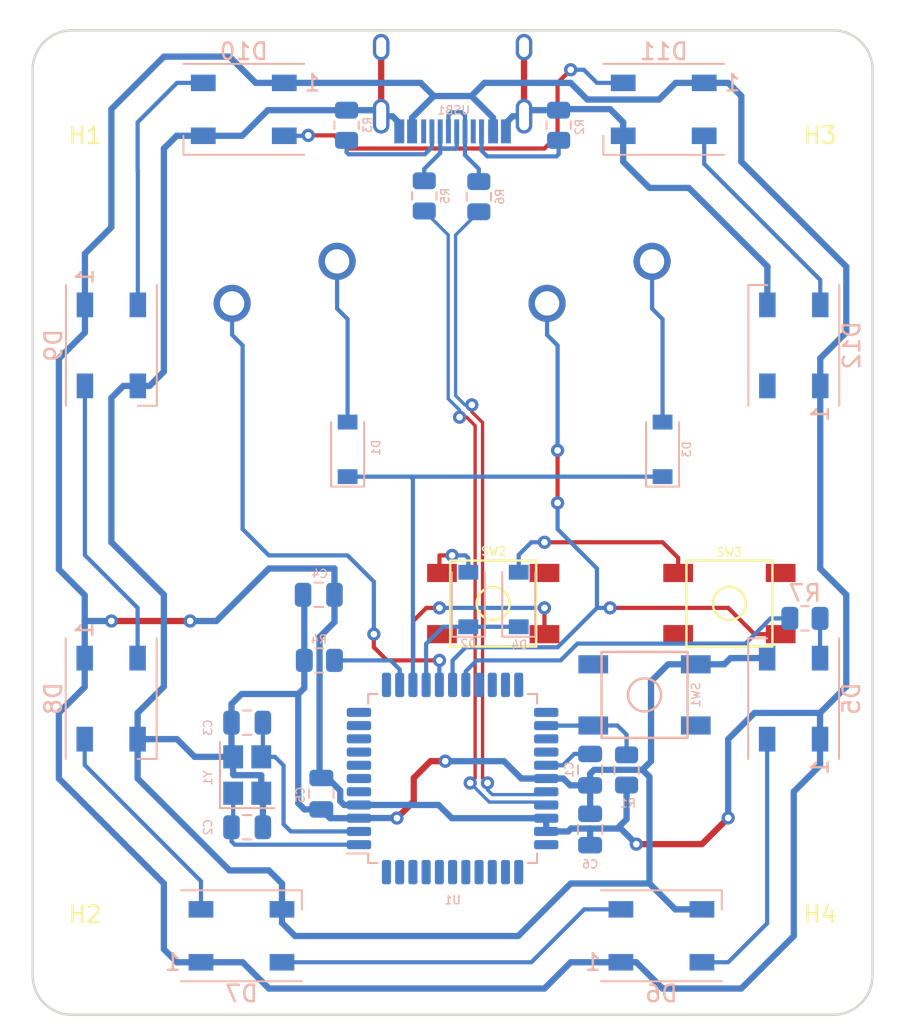
<source format=kicad_pcb>
(kicad_pcb (version 20171130) (host pcbnew "(5.1.10)-1")

  (general
    (thickness 1.6)
    (drawings 8)
    (tracks 381)
    (zones 0)
    (modules 37)
    (nets 49)
  )

  (page A4)
  (layers
    (0 F.Cu signal)
    (31 B.Cu signal)
    (32 B.Adhes user)
    (33 F.Adhes user)
    (34 B.Paste user)
    (35 F.Paste user)
    (36 B.SilkS user)
    (37 F.SilkS user)
    (38 B.Mask user)
    (39 F.Mask user)
    (40 Dwgs.User user)
    (41 Cmts.User user)
    (42 Eco1.User user)
    (43 Eco2.User user)
    (44 Edge.Cuts user)
    (45 Margin user)
    (46 B.CrtYd user)
    (47 F.CrtYd user)
    (48 B.Fab user)
    (49 F.Fab user)
  )

  (setup
    (last_trace_width 0.254)
    (trace_clearance 0.2)
    (zone_clearance 0.508)
    (zone_45_only no)
    (trace_min 0.2)
    (via_size 0.8)
    (via_drill 0.4)
    (via_min_size 0.4)
    (via_min_drill 0.3)
    (uvia_size 0.3)
    (uvia_drill 0.1)
    (uvias_allowed no)
    (uvia_min_size 0.2)
    (uvia_min_drill 0.1)
    (edge_width 0.05)
    (segment_width 0.2)
    (pcb_text_width 0.3)
    (pcb_text_size 1.5 1.5)
    (mod_edge_width 0.12)
    (mod_text_size 1 1)
    (mod_text_width 0.15)
    (pad_size 1.524 1.524)
    (pad_drill 0.762)
    (pad_to_mask_clearance 0)
    (aux_axis_origin 112.7125 94.45625)
    (visible_elements 7FFFFFFF)
    (pcbplotparams
      (layerselection 0x010fc_ffffffff)
      (usegerberextensions false)
      (usegerberattributes true)
      (usegerberadvancedattributes true)
      (creategerberjobfile true)
      (excludeedgelayer true)
      (linewidth 0.100000)
      (plotframeref false)
      (viasonmask false)
      (mode 1)
      (useauxorigin false)
      (hpglpennumber 1)
      (hpglpenspeed 20)
      (hpglpendiameter 15.000000)
      (psnegative false)
      (psa4output false)
      (plotreference true)
      (plotvalue true)
      (plotinvisibletext false)
      (padsonsilk false)
      (subtractmaskfromsilk false)
      (outputformat 1)
      (mirror false)
      (drillshape 1)
      (scaleselection 1)
      (outputdirectory ""))
  )

  (net 0 "")
  (net 1 UCAP)
  (net 2 GND)
  (net 3 XTAL1)
  (net 4 XTAL2)
  (net 5 +5V)
  (net 6 "Net-(D1-Pad2)")
  (net 7 ROW0)
  (net 8 "Net-(D2-Pad2)")
  (net 9 ROW1)
  (net 10 "Net-(D3-Pad2)")
  (net 11 "Net-(D4-Pad2)")
  (net 12 COL0)
  (net 13 COL1)
  (net 14 RESET)
  (net 15 "Net-(R2-Pad1)")
  (net 16 "Net-(R3-Pad1)")
  (net 17 HWB)
  (net 18 "Net-(R5-Pad2)")
  (net 19 D-)
  (net 20 "Net-(R6-Pad2)")
  (net 21 D+)
  (net 22 "Net-(U1-Pad26)")
  (net 23 "Net-(U1-Pad25)")
  (net 24 "Net-(U1-Pad23)")
  (net 25 "Net-(U1-Pad22)")
  (net 26 "Net-(U1-Pad21)")
  (net 27 "Net-(U1-Pad20)")
  (net 28 "Net-(U1-Pad19)")
  (net 29 "Net-(U1-Pad12)")
  (net 30 "Net-(U1-Pad11)")
  (net 31 "Net-(U1-Pad10)")
  (net 32 "Net-(U1-Pad9)")
  (net 33 "Net-(U1-Pad8)")
  (net 34 "Net-(U1-Pad7)")
  (net 35 "Net-(U1-Pad6)")
  (net 36 "Net-(U1-Pad5)")
  (net 37 "Net-(USB1-Pad3)")
  (net 38 "Net-(USB1-Pad9)")
  (net 39 RGB)
  (net 40 "Net-(D5-Pad2)")
  (net 41 "Net-(D6-Pad2)")
  (net 42 "Net-(D7-Pad2)")
  (net 43 "Net-(D8-Pad2)")
  (net 44 "Net-(D10-Pad4)")
  (net 45 "Net-(D10-Pad2)")
  (net 46 "Net-(D11-Pad2)")
  (net 47 "Net-(D5-Pad4)")
  (net 48 "Net-(D12-Pad2)")

  (net_class Default "This is the default net class."
    (clearance 0.2)
    (trace_width 0.254)
    (via_dia 0.8)
    (via_drill 0.4)
    (uvia_dia 0.3)
    (uvia_drill 0.1)
    (add_net COL0)
    (add_net COL1)
    (add_net D+)
    (add_net D-)
    (add_net HWB)
    (add_net "Net-(D1-Pad2)")
    (add_net "Net-(D10-Pad2)")
    (add_net "Net-(D10-Pad4)")
    (add_net "Net-(D11-Pad2)")
    (add_net "Net-(D12-Pad2)")
    (add_net "Net-(D2-Pad2)")
    (add_net "Net-(D3-Pad2)")
    (add_net "Net-(D4-Pad2)")
    (add_net "Net-(D5-Pad2)")
    (add_net "Net-(D5-Pad4)")
    (add_net "Net-(D6-Pad2)")
    (add_net "Net-(D7-Pad2)")
    (add_net "Net-(D8-Pad2)")
    (add_net "Net-(R2-Pad1)")
    (add_net "Net-(R3-Pad1)")
    (add_net "Net-(R5-Pad2)")
    (add_net "Net-(R6-Pad2)")
    (add_net "Net-(U1-Pad10)")
    (add_net "Net-(U1-Pad11)")
    (add_net "Net-(U1-Pad12)")
    (add_net "Net-(U1-Pad19)")
    (add_net "Net-(U1-Pad20)")
    (add_net "Net-(U1-Pad21)")
    (add_net "Net-(U1-Pad22)")
    (add_net "Net-(U1-Pad23)")
    (add_net "Net-(U1-Pad25)")
    (add_net "Net-(U1-Pad26)")
    (add_net "Net-(U1-Pad5)")
    (add_net "Net-(U1-Pad6)")
    (add_net "Net-(U1-Pad7)")
    (add_net "Net-(U1-Pad8)")
    (add_net "Net-(U1-Pad9)")
    (add_net "Net-(USB1-Pad3)")
    (add_net "Net-(USB1-Pad9)")
    (add_net RESET)
    (add_net RGB)
    (add_net ROW0)
    (add_net ROW1)
    (add_net UCAP)
    (add_net XTAL1)
    (add_net XTAL2)
  )

  (net_class Power ""
    (clearance 0.2)
    (trace_width 0.381)
    (via_dia 0.8)
    (via_drill 0.4)
    (uvia_dia 0.3)
    (uvia_drill 0.1)
    (add_net +5V)
    (add_net GND)
  )

  (module Package_QFP:LQFP-44_10x10mm_P0.8mm (layer B.Cu) (tedit 5D9F72AF) (tstamp 60AEF733)
    (at 90.4875 83.34375)
    (descr "LQFP, 44 Pin (https://www.nxp.com/files-static/shared/doc/package_info/98ASS23225W.pdf?&fsrch=1), generated with kicad-footprint-generator ipc_gullwing_generator.py")
    (tags "LQFP QFP")
    (path /60AD7C65)
    (attr smd)
    (fp_text reference U1 (at 0 7.35) (layer B.SilkS)
      (effects (font (size 0.5 0.5) (thickness 0.08)) (justify mirror))
    )
    (fp_text value ATmega32U2-AU (at 0 -7.1755) (layer B.Fab)
      (effects (font (size 0.5 0.5) (thickness 0.08)) (justify mirror))
    )
    (fp_line (start 6.65 -4.52) (end 6.65 0) (layer B.CrtYd) (width 0.05))
    (fp_line (start 5.25 -4.52) (end 6.65 -4.52) (layer B.CrtYd) (width 0.05))
    (fp_line (start 5.25 -5.25) (end 5.25 -4.52) (layer B.CrtYd) (width 0.05))
    (fp_line (start 4.52 -5.25) (end 5.25 -5.25) (layer B.CrtYd) (width 0.05))
    (fp_line (start 4.52 -6.65) (end 4.52 -5.25) (layer B.CrtYd) (width 0.05))
    (fp_line (start 0 -6.65) (end 4.52 -6.65) (layer B.CrtYd) (width 0.05))
    (fp_line (start -6.65 -4.52) (end -6.65 0) (layer B.CrtYd) (width 0.05))
    (fp_line (start -5.25 -4.52) (end -6.65 -4.52) (layer B.CrtYd) (width 0.05))
    (fp_line (start -5.25 -5.25) (end -5.25 -4.52) (layer B.CrtYd) (width 0.05))
    (fp_line (start -4.52 -5.25) (end -5.25 -5.25) (layer B.CrtYd) (width 0.05))
    (fp_line (start -4.52 -6.65) (end -4.52 -5.25) (layer B.CrtYd) (width 0.05))
    (fp_line (start 0 -6.65) (end -4.52 -6.65) (layer B.CrtYd) (width 0.05))
    (fp_line (start 6.65 4.52) (end 6.65 0) (layer B.CrtYd) (width 0.05))
    (fp_line (start 5.25 4.52) (end 6.65 4.52) (layer B.CrtYd) (width 0.05))
    (fp_line (start 5.25 5.25) (end 5.25 4.52) (layer B.CrtYd) (width 0.05))
    (fp_line (start 4.52 5.25) (end 5.25 5.25) (layer B.CrtYd) (width 0.05))
    (fp_line (start 4.52 6.65) (end 4.52 5.25) (layer B.CrtYd) (width 0.05))
    (fp_line (start 0 6.65) (end 4.52 6.65) (layer B.CrtYd) (width 0.05))
    (fp_line (start -6.65 4.52) (end -6.65 0) (layer B.CrtYd) (width 0.05))
    (fp_line (start -5.25 4.52) (end -6.65 4.52) (layer B.CrtYd) (width 0.05))
    (fp_line (start -5.25 5.25) (end -5.25 4.52) (layer B.CrtYd) (width 0.05))
    (fp_line (start -4.52 5.25) (end -5.25 5.25) (layer B.CrtYd) (width 0.05))
    (fp_line (start -4.52 6.65) (end -4.52 5.25) (layer B.CrtYd) (width 0.05))
    (fp_line (start 0 6.65) (end -4.52 6.65) (layer B.CrtYd) (width 0.05))
    (fp_line (start -5 4) (end -4 5) (layer B.Fab) (width 0.1))
    (fp_line (start -5 -5) (end -5 4) (layer B.Fab) (width 0.1))
    (fp_line (start 5 -5) (end -5 -5) (layer B.Fab) (width 0.1))
    (fp_line (start 5 5) (end 5 -5) (layer B.Fab) (width 0.1))
    (fp_line (start -4 5) (end 5 5) (layer B.Fab) (width 0.1))
    (fp_line (start -5.11 4.535) (end -6.4 4.535) (layer B.SilkS) (width 0.12))
    (fp_line (start -5.11 5.11) (end -5.11 4.535) (layer B.SilkS) (width 0.12))
    (fp_line (start -4.535 5.11) (end -5.11 5.11) (layer B.SilkS) (width 0.12))
    (fp_line (start 5.11 5.11) (end 5.11 4.535) (layer B.SilkS) (width 0.12))
    (fp_line (start 4.535 5.11) (end 5.11 5.11) (layer B.SilkS) (width 0.12))
    (fp_line (start -5.11 -5.11) (end -5.11 -4.535) (layer B.SilkS) (width 0.12))
    (fp_line (start -4.535 -5.11) (end -5.11 -5.11) (layer B.SilkS) (width 0.12))
    (fp_line (start 5.11 -5.11) (end 5.11 -4.535) (layer B.SilkS) (width 0.12))
    (fp_line (start 4.535 -5.11) (end 5.11 -5.11) (layer B.SilkS) (width 0.12))
    (fp_text user %R (at 0 0) (layer B.Fab)
      (effects (font (size 0.5 0.5) (thickness 0.08)) (justify mirror))
    )
    (pad 44 smd roundrect (at -4 5.6625) (size 0.55 1.475) (layers B.Cu B.Paste B.Mask) (roundrect_rratio 0.25))
    (pad 43 smd roundrect (at -3.2 5.6625) (size 0.55 1.475) (layers B.Cu B.Paste B.Mask) (roundrect_rratio 0.25))
    (pad 42 smd roundrect (at -2.4 5.6625) (size 0.55 1.475) (layers B.Cu B.Paste B.Mask) (roundrect_rratio 0.25))
    (pad 41 smd roundrect (at -1.6 5.6625) (size 0.55 1.475) (layers B.Cu B.Paste B.Mask) (roundrect_rratio 0.25))
    (pad 40 smd roundrect (at -0.8 5.6625) (size 0.55 1.475) (layers B.Cu B.Paste B.Mask) (roundrect_rratio 0.25))
    (pad 39 smd roundrect (at 0 5.6625) (size 0.55 1.475) (layers B.Cu B.Paste B.Mask) (roundrect_rratio 0.25))
    (pad 38 smd roundrect (at 0.8 5.6625) (size 0.55 1.475) (layers B.Cu B.Paste B.Mask) (roundrect_rratio 0.25))
    (pad 37 smd roundrect (at 1.6 5.6625) (size 0.55 1.475) (layers B.Cu B.Paste B.Mask) (roundrect_rratio 0.25))
    (pad 36 smd roundrect (at 2.4 5.6625) (size 0.55 1.475) (layers B.Cu B.Paste B.Mask) (roundrect_rratio 0.25))
    (pad 35 smd roundrect (at 3.2 5.6625) (size 0.55 1.475) (layers B.Cu B.Paste B.Mask) (roundrect_rratio 0.25))
    (pad 34 smd roundrect (at 4 5.6625) (size 0.55 1.475) (layers B.Cu B.Paste B.Mask) (roundrect_rratio 0.25))
    (pad 33 smd roundrect (at 5.6625 4) (size 1.475 0.55) (layers B.Cu B.Paste B.Mask) (roundrect_rratio 0.25))
    (pad 32 smd roundrect (at 5.6625 3.2) (size 1.475 0.55) (layers B.Cu B.Paste B.Mask) (roundrect_rratio 0.25)
      (net 5 +5V))
    (pad 31 smd roundrect (at 5.6625 2.4) (size 1.475 0.55) (layers B.Cu B.Paste B.Mask) (roundrect_rratio 0.25)
      (net 5 +5V))
    (pad 30 smd roundrect (at 5.6625 1.6) (size 1.475 0.55) (layers B.Cu B.Paste B.Mask) (roundrect_rratio 0.25)
      (net 19 D-))
    (pad 29 smd roundrect (at 5.6625 0.8) (size 1.475 0.55) (layers B.Cu B.Paste B.Mask) (roundrect_rratio 0.25)
      (net 21 D+))
    (pad 28 smd roundrect (at 5.6625 0) (size 1.475 0.55) (layers B.Cu B.Paste B.Mask) (roundrect_rratio 0.25)
      (net 2 GND))
    (pad 27 smd roundrect (at 5.6625 -0.8) (size 1.475 0.55) (layers B.Cu B.Paste B.Mask) (roundrect_rratio 0.25)
      (net 1 UCAP))
    (pad 26 smd roundrect (at 5.6625 -1.6) (size 1.475 0.55) (layers B.Cu B.Paste B.Mask) (roundrect_rratio 0.25)
      (net 22 "Net-(U1-Pad26)"))
    (pad 25 smd roundrect (at 5.6625 -2.4) (size 1.475 0.55) (layers B.Cu B.Paste B.Mask) (roundrect_rratio 0.25)
      (net 23 "Net-(U1-Pad25)"))
    (pad 24 smd roundrect (at 5.6625 -3.2) (size 1.475 0.55) (layers B.Cu B.Paste B.Mask) (roundrect_rratio 0.25)
      (net 14 RESET))
    (pad 23 smd roundrect (at 5.6625 -4) (size 1.475 0.55) (layers B.Cu B.Paste B.Mask) (roundrect_rratio 0.25)
      (net 24 "Net-(U1-Pad23)"))
    (pad 22 smd roundrect (at 4 -5.6625) (size 0.55 1.475) (layers B.Cu B.Paste B.Mask) (roundrect_rratio 0.25)
      (net 25 "Net-(U1-Pad22)"))
    (pad 21 smd roundrect (at 3.2 -5.6625) (size 0.55 1.475) (layers B.Cu B.Paste B.Mask) (roundrect_rratio 0.25)
      (net 26 "Net-(U1-Pad21)"))
    (pad 20 smd roundrect (at 2.4 -5.6625) (size 0.55 1.475) (layers B.Cu B.Paste B.Mask) (roundrect_rratio 0.25)
      (net 27 "Net-(U1-Pad20)"))
    (pad 19 smd roundrect (at 1.6 -5.6625) (size 0.55 1.475) (layers B.Cu B.Paste B.Mask) (roundrect_rratio 0.25)
      (net 28 "Net-(U1-Pad19)"))
    (pad 18 smd roundrect (at 0.8 -5.6625) (size 0.55 1.475) (layers B.Cu B.Paste B.Mask) (roundrect_rratio 0.25)
      (net 39 RGB))
    (pad 17 smd roundrect (at 0 -5.6625) (size 0.55 1.475) (layers B.Cu B.Paste B.Mask) (roundrect_rratio 0.25)
      (net 13 COL1))
    (pad 16 smd roundrect (at -0.8 -5.6625) (size 0.55 1.475) (layers B.Cu B.Paste B.Mask) (roundrect_rratio 0.25)
      (net 12 COL0))
    (pad 15 smd roundrect (at -1.6 -5.6625) (size 0.55 1.475) (layers B.Cu B.Paste B.Mask) (roundrect_rratio 0.25)
      (net 9 ROW1))
    (pad 14 smd roundrect (at -2.4 -5.6625) (size 0.55 1.475) (layers B.Cu B.Paste B.Mask) (roundrect_rratio 0.25)
      (net 7 ROW0))
    (pad 13 smd roundrect (at -3.2 -5.6625) (size 0.55 1.475) (layers B.Cu B.Paste B.Mask) (roundrect_rratio 0.25)
      (net 17 HWB))
    (pad 12 smd roundrect (at -4 -5.6625) (size 0.55 1.475) (layers B.Cu B.Paste B.Mask) (roundrect_rratio 0.25)
      (net 29 "Net-(U1-Pad12)"))
    (pad 11 smd roundrect (at -5.6625 -4) (size 1.475 0.55) (layers B.Cu B.Paste B.Mask) (roundrect_rratio 0.25)
      (net 30 "Net-(U1-Pad11)"))
    (pad 10 smd roundrect (at -5.6625 -3.2) (size 1.475 0.55) (layers B.Cu B.Paste B.Mask) (roundrect_rratio 0.25)
      (net 31 "Net-(U1-Pad10)"))
    (pad 9 smd roundrect (at -5.6625 -2.4) (size 1.475 0.55) (layers B.Cu B.Paste B.Mask) (roundrect_rratio 0.25)
      (net 32 "Net-(U1-Pad9)"))
    (pad 8 smd roundrect (at -5.6625 -1.6) (size 1.475 0.55) (layers B.Cu B.Paste B.Mask) (roundrect_rratio 0.25)
      (net 33 "Net-(U1-Pad8)"))
    (pad 7 smd roundrect (at -5.6625 -0.8) (size 1.475 0.55) (layers B.Cu B.Paste B.Mask) (roundrect_rratio 0.25)
      (net 34 "Net-(U1-Pad7)"))
    (pad 6 smd roundrect (at -5.6625 0) (size 1.475 0.55) (layers B.Cu B.Paste B.Mask) (roundrect_rratio 0.25)
      (net 35 "Net-(U1-Pad6)"))
    (pad 5 smd roundrect (at -5.6625 0.8) (size 1.475 0.55) (layers B.Cu B.Paste B.Mask) (roundrect_rratio 0.25)
      (net 36 "Net-(U1-Pad5)"))
    (pad 4 smd roundrect (at -5.6625 1.6) (size 1.475 0.55) (layers B.Cu B.Paste B.Mask) (roundrect_rratio 0.25)
      (net 5 +5V))
    (pad 3 smd roundrect (at -5.6625 2.4) (size 1.475 0.55) (layers B.Cu B.Paste B.Mask) (roundrect_rratio 0.25)
      (net 2 GND))
    (pad 2 smd roundrect (at -5.6625 3.2) (size 1.475 0.55) (layers B.Cu B.Paste B.Mask) (roundrect_rratio 0.25)
      (net 4 XTAL2))
    (pad 1 smd roundrect (at -5.6625 4) (size 1.475 0.55) (layers B.Cu B.Paste B.Mask) (roundrect_rratio 0.25)
      (net 3 XTAL1))
    (model ${KISYS3DMOD}/Package_QFP.3dshapes/LQFP-44_10x10mm_P0.8mm.wrl
      (at (xyz 0 0 0))
      (scale (xyz 1 1 1))
      (rotate (xyz 0 0 0))
    )
  )

  (module MX_Only:MXOnly-1U-NoLED (layer F.Cu) (tedit 5BD3C6C7) (tstamp 60AEF61C)
    (at 100.0125 57.15)
    (path /60B933E0)
    (fp_text reference MX2 (at 0 3.175) (layer Dwgs.User)
      (effects (font (size 1 1) (thickness 0.15)))
    )
    (fp_text value MX-NoLED (at 0 -7.9375) (layer Dwgs.User)
      (effects (font (size 1 1) (thickness 0.15)))
    )
    (fp_line (start -9.525 9.525) (end -9.525 -9.525) (layer Dwgs.User) (width 0.15))
    (fp_line (start 9.525 9.525) (end -9.525 9.525) (layer Dwgs.User) (width 0.15))
    (fp_line (start 9.525 -9.525) (end 9.525 9.525) (layer Dwgs.User) (width 0.15))
    (fp_line (start -9.525 -9.525) (end 9.525 -9.525) (layer Dwgs.User) (width 0.15))
    (fp_line (start -7 -7) (end -7 -5) (layer Dwgs.User) (width 0.15))
    (fp_line (start -5 -7) (end -7 -7) (layer Dwgs.User) (width 0.15))
    (fp_line (start -7 7) (end -5 7) (layer Dwgs.User) (width 0.15))
    (fp_line (start -7 5) (end -7 7) (layer Dwgs.User) (width 0.15))
    (fp_line (start 7 7) (end 7 5) (layer Dwgs.User) (width 0.15))
    (fp_line (start 5 7) (end 7 7) (layer Dwgs.User) (width 0.15))
    (fp_line (start 7 -7) (end 7 -5) (layer Dwgs.User) (width 0.15))
    (fp_line (start 5 -7) (end 7 -7) (layer Dwgs.User) (width 0.15))
    (pad 2 thru_hole circle (at 2.54 -5.08) (size 2.25 2.25) (drill 1.47) (layers *.Cu B.Mask)
      (net 10 "Net-(D3-Pad2)"))
    (pad "" np_thru_hole circle (at 0 0) (size 3.9878 3.9878) (drill 3.9878) (layers *.Cu *.Mask))
    (pad 1 thru_hole circle (at -3.81 -2.54) (size 2.25 2.25) (drill 1.47) (layers *.Cu B.Mask)
      (net 13 COL1))
    (pad "" np_thru_hole circle (at -5.08 0 48.0996) (size 1.75 1.75) (drill 1.75) (layers *.Cu *.Mask))
    (pad "" np_thru_hole circle (at 5.08 0 48.0996) (size 1.75 1.75) (drill 1.75) (layers *.Cu *.Mask))
  )

  (module Diode_SMD:D_SOD-123 (layer B.Cu) (tedit 58645DC7) (tstamp 60AF4B33)
    (at 91.44 72.518 90)
    (descr SOD-123)
    (tags SOD-123)
    (path /60BC6DAA)
    (attr smd)
    (fp_text reference D2 (at -2.666 0) (layer B.SilkS)
      (effects (font (size 0.5 0.5) (thickness 0.08)) (justify mirror))
    )
    (fp_text value D_Small (at 0 -1.524 270) (layer B.Fab)
      (effects (font (size 0.5 0.5) (thickness 0.08)) (justify mirror))
    )
    (fp_line (start -2.25 1) (end -2.25 -1) (layer B.SilkS) (width 0.12))
    (fp_line (start 0.25 0) (end 0.75 0) (layer B.Fab) (width 0.1))
    (fp_line (start 0.25 -0.4) (end -0.35 0) (layer B.Fab) (width 0.1))
    (fp_line (start 0.25 0.4) (end 0.25 -0.4) (layer B.Fab) (width 0.1))
    (fp_line (start -0.35 0) (end 0.25 0.4) (layer B.Fab) (width 0.1))
    (fp_line (start -0.35 0) (end -0.35 -0.55) (layer B.Fab) (width 0.1))
    (fp_line (start -0.35 0) (end -0.35 0.55) (layer B.Fab) (width 0.1))
    (fp_line (start -0.75 0) (end -0.35 0) (layer B.Fab) (width 0.1))
    (fp_line (start -1.4 -0.9) (end -1.4 0.9) (layer B.Fab) (width 0.1))
    (fp_line (start 1.4 -0.9) (end -1.4 -0.9) (layer B.Fab) (width 0.1))
    (fp_line (start 1.4 0.9) (end 1.4 -0.9) (layer B.Fab) (width 0.1))
    (fp_line (start -1.4 0.9) (end 1.4 0.9) (layer B.Fab) (width 0.1))
    (fp_line (start -2.35 1.15) (end 2.35 1.15) (layer B.CrtYd) (width 0.05))
    (fp_line (start 2.35 1.15) (end 2.35 -1.15) (layer B.CrtYd) (width 0.05))
    (fp_line (start 2.35 -1.15) (end -2.35 -1.15) (layer B.CrtYd) (width 0.05))
    (fp_line (start -2.35 1.15) (end -2.35 -1.15) (layer B.CrtYd) (width 0.05))
    (fp_line (start -2.25 -1) (end 1.65 -1) (layer B.SilkS) (width 0.12))
    (fp_line (start -2.25 1) (end 1.65 1) (layer B.SilkS) (width 0.12))
    (fp_text user %R (at 2.6035 0) (layer B.Fab)
      (effects (font (size 0.5 0.5) (thickness 0.08)) (justify mirror))
    )
    (pad 2 smd rect (at 1.65 0 90) (size 0.9 1.2) (layers B.Cu B.Paste B.Mask)
      (net 8 "Net-(D2-Pad2)"))
    (pad 1 smd rect (at -1.65 0 90) (size 0.9 1.2) (layers B.Cu B.Paste B.Mask)
      (net 9 ROW1))
    (model ${KISYS3DMOD}/Diode_SMD.3dshapes/D_SOD-123.wrl
      (at (xyz 0 0 0))
      (scale (xyz 1 1 1))
      (rotate (xyz 0 0 0))
    )
  )

  (module MountingHole:MountingHole_2.2mm_M2_DIN965 (layer F.Cu) (tedit 56D1B4CB) (tstamp 60B4198B)
    (at 112.7125 94.45625)
    (descr "Mounting Hole 2.2mm, no annular, M2, DIN965")
    (tags "mounting hole 2.2mm no annular m2 din965")
    (path /60C666DA)
    (attr virtual)
    (fp_text reference H4 (at 0 -2.9) (layer F.SilkS)
      (effects (font (size 1 1) (thickness 0.15)))
    )
    (fp_text value MountingHole (at 0 2.9) (layer F.Fab)
      (effects (font (size 1 1) (thickness 0.15)))
    )
    (fp_circle (center 0 0) (end 2.15 0) (layer F.CrtYd) (width 0.05))
    (fp_circle (center 0 0) (end 1.9 0) (layer Cmts.User) (width 0.15))
    (fp_text user %R (at 0.3 0) (layer F.Fab)
      (effects (font (size 1 1) (thickness 0.15)))
    )
    (pad 1 np_thru_hole circle (at 0 0) (size 2.2 2.2) (drill 2.2) (layers *.Cu *.Mask))
  )

  (module MountingHole:MountingHole_2.2mm_M2_DIN965 (layer F.Cu) (tedit 56D1B4CB) (tstamp 60B41983)
    (at 112.7125 41.275)
    (descr "Mounting Hole 2.2mm, no annular, M2, DIN965")
    (tags "mounting hole 2.2mm no annular m2 din965")
    (path /60C662A2)
    (attr virtual)
    (fp_text reference H3 (at 0 3.175) (layer F.SilkS)
      (effects (font (size 1 1) (thickness 0.15)))
    )
    (fp_text value MountingHole (at 0 2.9) (layer F.Fab)
      (effects (font (size 1 1) (thickness 0.15)))
    )
    (fp_circle (center 0 0) (end 2.15 0) (layer F.CrtYd) (width 0.05))
    (fp_circle (center 0 0) (end 1.9 0) (layer Cmts.User) (width 0.15))
    (fp_text user %R (at 0.3 0) (layer F.Fab)
      (effects (font (size 1 1) (thickness 0.15)))
    )
    (pad 1 np_thru_hole circle (at 0 0) (size 2.2 2.2) (drill 2.2) (layers *.Cu *.Mask))
  )

  (module MountingHole:MountingHole_2.2mm_M2_DIN965 (layer F.Cu) (tedit 56D1B4CB) (tstamp 60B4197B)
    (at 68.2625 94.45625)
    (descr "Mounting Hole 2.2mm, no annular, M2, DIN965")
    (tags "mounting hole 2.2mm no annular m2 din965")
    (path /60C657BF)
    (attr virtual)
    (fp_text reference H2 (at 0 -2.9) (layer F.SilkS)
      (effects (font (size 1 1) (thickness 0.15)))
    )
    (fp_text value MountingHole (at 0 2.9) (layer F.Fab)
      (effects (font (size 1 1) (thickness 0.15)))
    )
    (fp_circle (center 0 0) (end 2.15 0) (layer F.CrtYd) (width 0.05))
    (fp_circle (center 0 0) (end 1.9 0) (layer Cmts.User) (width 0.15))
    (fp_text user %R (at 0.3 0) (layer F.Fab)
      (effects (font (size 1 1) (thickness 0.15)))
    )
    (pad 1 np_thru_hole circle (at 0 0) (size 2.2 2.2) (drill 2.2) (layers *.Cu *.Mask))
  )

  (module MountingHole:MountingHole_2.2mm_M2_DIN965 (layer F.Cu) (tedit 56D1B4CB) (tstamp 60B41973)
    (at 68.2625 41.275)
    (descr "Mounting Hole 2.2mm, no annular, M2, DIN965")
    (tags "mounting hole 2.2mm no annular m2 din965")
    (path /60C64F44)
    (attr virtual)
    (fp_text reference H1 (at 0 3.175) (layer F.SilkS)
      (effects (font (size 1 1) (thickness 0.15)))
    )
    (fp_text value MountingHole (at 0 2.9) (layer F.Fab)
      (effects (font (size 1 1) (thickness 0.15)))
    )
    (fp_circle (center 0 0) (end 2.15 0) (layer F.CrtYd) (width 0.05))
    (fp_circle (center 0 0) (end 1.9 0) (layer Cmts.User) (width 0.15))
    (fp_text user %R (at 0.3 0) (layer F.Fab)
      (effects (font (size 1 1) (thickness 0.15)))
    )
    (pad 1 np_thru_hole circle (at 0 0) (size 2.2 2.2) (drill 2.2) (layers *.Cu *.Mask))
  )

  (module Resistor_SMD:R_0805_2012Metric (layer B.Cu) (tedit 5F68FEEE) (tstamp 60B3AC7B)
    (at 111.8 73.66)
    (descr "Resistor SMD 0805 (2012 Metric), square (rectangular) end terminal, IPC_7351 nominal, (Body size source: IPC-SM-782 page 72, https://www.pcb-3d.com/wordpress/wp-content/uploads/ipc-sm-782a_amendment_1_and_2.pdf), generated with kicad-footprint-generator")
    (tags resistor)
    (path /60BE66D6)
    (attr smd)
    (fp_text reference R7 (at 0 -1.524 180) (layer B.SilkS)
      (effects (font (size 1 1) (thickness 0.15)) (justify mirror))
    )
    (fp_text value 0k5 (at 0 -1.65 180) (layer B.Fab)
      (effects (font (size 1 1) (thickness 0.15)) (justify mirror))
    )
    (fp_line (start -1 -0.625) (end -1 0.625) (layer B.Fab) (width 0.1))
    (fp_line (start -1 0.625) (end 1 0.625) (layer B.Fab) (width 0.1))
    (fp_line (start 1 0.625) (end 1 -0.625) (layer B.Fab) (width 0.1))
    (fp_line (start 1 -0.625) (end -1 -0.625) (layer B.Fab) (width 0.1))
    (fp_line (start -0.227064 0.735) (end 0.227064 0.735) (layer B.SilkS) (width 0.12))
    (fp_line (start -0.227064 -0.735) (end 0.227064 -0.735) (layer B.SilkS) (width 0.12))
    (fp_line (start -1.68 -0.95) (end -1.68 0.95) (layer B.CrtYd) (width 0.05))
    (fp_line (start -1.68 0.95) (end 1.68 0.95) (layer B.CrtYd) (width 0.05))
    (fp_line (start 1.68 0.95) (end 1.68 -0.95) (layer B.CrtYd) (width 0.05))
    (fp_line (start 1.68 -0.95) (end -1.68 -0.95) (layer B.CrtYd) (width 0.05))
    (fp_text user %R (at 0 0 180) (layer B.Fab)
      (effects (font (size 0.5 0.5) (thickness 0.08)) (justify mirror))
    )
    (pad 1 smd roundrect (at -0.9125 0) (size 1.025 1.4) (layers B.Cu B.Paste B.Mask) (roundrect_rratio 0.243902)
      (net 39 RGB))
    (pad 2 smd roundrect (at 0.9125 0) (size 1.025 1.4) (layers B.Cu B.Paste B.Mask) (roundrect_rratio 0.243902)
      (net 47 "Net-(D5-Pad4)"))
    (model ${KISYS3DMOD}/Resistor_SMD.3dshapes/R_0805_2012Metric.wrl
      (at (xyz 0 0 0))
      (scale (xyz 1 1 1))
      (rotate (xyz 0 0 0))
    )
  )

  (module LED_SMD:LED_WS2812B_PLCC4_5.0x5.0mm_P3.2mm (layer B.Cu) (tedit 5AA4B285) (tstamp 60B3AB3A)
    (at 111.125 57.15 90)
    (descr https://cdn-shop.adafruit.com/datasheets/WS2812B.pdf)
    (tags "LED RGB NeoPixel")
    (path /60BD1BA4)
    (attr smd)
    (fp_text reference D12 (at 0 3.5 270) (layer B.SilkS)
      (effects (font (size 1 1) (thickness 0.15)) (justify mirror))
    )
    (fp_text value WS2812B (at 0 -4 270) (layer B.Fab)
      (effects (font (size 1 1) (thickness 0.15)) (justify mirror))
    )
    (fp_circle (center 0 0) (end 0 2) (layer B.Fab) (width 0.1))
    (fp_line (start 3.65 -2.75) (end 3.65 -1.6) (layer B.SilkS) (width 0.12))
    (fp_line (start -3.65 -2.75) (end 3.65 -2.75) (layer B.SilkS) (width 0.12))
    (fp_line (start -3.65 2.75) (end 3.65 2.75) (layer B.SilkS) (width 0.12))
    (fp_line (start 2.5 2.5) (end -2.5 2.5) (layer B.Fab) (width 0.1))
    (fp_line (start 2.5 -2.5) (end 2.5 2.5) (layer B.Fab) (width 0.1))
    (fp_line (start -2.5 -2.5) (end 2.5 -2.5) (layer B.Fab) (width 0.1))
    (fp_line (start -2.5 2.5) (end -2.5 -2.5) (layer B.Fab) (width 0.1))
    (fp_line (start 2.5 -1.5) (end 1.5 -2.5) (layer B.Fab) (width 0.1))
    (fp_line (start -3.45 2.75) (end -3.45 -2.75) (layer B.CrtYd) (width 0.05))
    (fp_line (start -3.45 -2.75) (end 3.45 -2.75) (layer B.CrtYd) (width 0.05))
    (fp_line (start 3.45 -2.75) (end 3.45 2.75) (layer B.CrtYd) (width 0.05))
    (fp_line (start 3.45 2.75) (end -3.45 2.75) (layer B.CrtYd) (width 0.05))
    (fp_text user %R (at 0 0 270) (layer B.Fab)
      (effects (font (size 0.8 0.8) (thickness 0.15)) (justify mirror))
    )
    (fp_text user 1 (at -4.15 1.6 270) (layer B.SilkS)
      (effects (font (size 1 1) (thickness 0.15)) (justify mirror))
    )
    (pad 1 smd rect (at -2.45 1.6 90) (size 1.5 1) (layers B.Cu B.Paste B.Mask)
      (net 5 +5V))
    (pad 2 smd rect (at -2.45 -1.6 90) (size 1.5 1) (layers B.Cu B.Paste B.Mask)
      (net 48 "Net-(D12-Pad2)"))
    (pad 4 smd rect (at 2.45 1.6 90) (size 1.5 1) (layers B.Cu B.Paste B.Mask)
      (net 46 "Net-(D11-Pad2)"))
    (pad 3 smd rect (at 2.45 -1.6 90) (size 1.5 1) (layers B.Cu B.Paste B.Mask)
      (net 2 GND))
    (model ${KISYS3DMOD}/LED_SMD.3dshapes/LED_WS2812B_PLCC4_5.0x5.0mm_P3.2mm.wrl
      (at (xyz 0 0 0))
      (scale (xyz 1 1 1))
      (rotate (xyz 0 0 0))
    )
  )

  (module LED_SMD:LED_WS2812B_PLCC4_5.0x5.0mm_P3.2mm (layer B.Cu) (tedit 5AA4B285) (tstamp 60B39E7B)
    (at 103.25625 42.875 180)
    (descr https://cdn-shop.adafruit.com/datasheets/WS2812B.pdf)
    (tags "LED RGB NeoPixel")
    (path /60B8794F)
    (attr smd)
    (fp_text reference D11 (at 0 3.5) (layer B.SilkS)
      (effects (font (size 1 1) (thickness 0.15)) (justify mirror))
    )
    (fp_text value WS2812B (at 0 -4) (layer B.Fab)
      (effects (font (size 1 1) (thickness 0.15)) (justify mirror))
    )
    (fp_circle (center 0 0) (end 0 2) (layer B.Fab) (width 0.1))
    (fp_line (start 3.65 -2.75) (end 3.65 -1.6) (layer B.SilkS) (width 0.12))
    (fp_line (start -3.65 -2.75) (end 3.65 -2.75) (layer B.SilkS) (width 0.12))
    (fp_line (start -3.65 2.75) (end 3.65 2.75) (layer B.SilkS) (width 0.12))
    (fp_line (start 2.5 2.5) (end -2.5 2.5) (layer B.Fab) (width 0.1))
    (fp_line (start 2.5 -2.5) (end 2.5 2.5) (layer B.Fab) (width 0.1))
    (fp_line (start -2.5 -2.5) (end 2.5 -2.5) (layer B.Fab) (width 0.1))
    (fp_line (start -2.5 2.5) (end -2.5 -2.5) (layer B.Fab) (width 0.1))
    (fp_line (start 2.5 -1.5) (end 1.5 -2.5) (layer B.Fab) (width 0.1))
    (fp_line (start -3.45 2.75) (end -3.45 -2.75) (layer B.CrtYd) (width 0.05))
    (fp_line (start -3.45 -2.75) (end 3.45 -2.75) (layer B.CrtYd) (width 0.05))
    (fp_line (start 3.45 -2.75) (end 3.45 2.75) (layer B.CrtYd) (width 0.05))
    (fp_line (start 3.45 2.75) (end -3.45 2.75) (layer B.CrtYd) (width 0.05))
    (fp_text user %R (at 0 0) (layer B.Fab)
      (effects (font (size 0.8 0.8) (thickness 0.15)) (justify mirror))
    )
    (fp_text user 1 (at -4.15 1.6) (layer B.SilkS)
      (effects (font (size 1 1) (thickness 0.15)) (justify mirror))
    )
    (pad 1 smd rect (at -2.45 1.6 180) (size 1.5 1) (layers B.Cu B.Paste B.Mask)
      (net 5 +5V))
    (pad 2 smd rect (at -2.45 -1.6 180) (size 1.5 1) (layers B.Cu B.Paste B.Mask)
      (net 46 "Net-(D11-Pad2)"))
    (pad 4 smd rect (at 2.45 1.6 180) (size 1.5 1) (layers B.Cu B.Paste B.Mask)
      (net 45 "Net-(D10-Pad2)"))
    (pad 3 smd rect (at 2.45 -1.6 180) (size 1.5 1) (layers B.Cu B.Paste B.Mask)
      (net 2 GND))
    (model ${KISYS3DMOD}/LED_SMD.3dshapes/LED_WS2812B_PLCC4_5.0x5.0mm_P3.2mm.wrl
      (at (xyz 0 0 0))
      (scale (xyz 1 1 1))
      (rotate (xyz 0 0 0))
    )
  )

  (module LED_SMD:LED_WS2812B_PLCC4_5.0x5.0mm_P3.2mm (layer B.Cu) (tedit 5AA4B285) (tstamp 60B39E64)
    (at 77.85625 42.875 180)
    (descr https://cdn-shop.adafruit.com/datasheets/WS2812B.pdf)
    (tags "LED RGB NeoPixel")
    (path /60B88969)
    (attr smd)
    (fp_text reference D10 (at 0 3.5) (layer B.SilkS)
      (effects (font (size 1 1) (thickness 0.15)) (justify mirror))
    )
    (fp_text value WS2812B (at 0 -4) (layer B.Fab)
      (effects (font (size 1 1) (thickness 0.15)) (justify mirror))
    )
    (fp_circle (center 0 0) (end 0 2) (layer B.Fab) (width 0.1))
    (fp_line (start 3.65 -2.75) (end 3.65 -1.6) (layer B.SilkS) (width 0.12))
    (fp_line (start -3.65 -2.75) (end 3.65 -2.75) (layer B.SilkS) (width 0.12))
    (fp_line (start -3.65 2.75) (end 3.65 2.75) (layer B.SilkS) (width 0.12))
    (fp_line (start 2.5 2.5) (end -2.5 2.5) (layer B.Fab) (width 0.1))
    (fp_line (start 2.5 -2.5) (end 2.5 2.5) (layer B.Fab) (width 0.1))
    (fp_line (start -2.5 -2.5) (end 2.5 -2.5) (layer B.Fab) (width 0.1))
    (fp_line (start -2.5 2.5) (end -2.5 -2.5) (layer B.Fab) (width 0.1))
    (fp_line (start 2.5 -1.5) (end 1.5 -2.5) (layer B.Fab) (width 0.1))
    (fp_line (start -3.45 2.75) (end -3.45 -2.75) (layer B.CrtYd) (width 0.05))
    (fp_line (start -3.45 -2.75) (end 3.45 -2.75) (layer B.CrtYd) (width 0.05))
    (fp_line (start 3.45 -2.75) (end 3.45 2.75) (layer B.CrtYd) (width 0.05))
    (fp_line (start 3.45 2.75) (end -3.45 2.75) (layer B.CrtYd) (width 0.05))
    (fp_text user %R (at 0 0) (layer B.Fab)
      (effects (font (size 0.8 0.8) (thickness 0.15)) (justify mirror))
    )
    (fp_text user 1 (at -4.15 1.6) (layer B.SilkS)
      (effects (font (size 1 1) (thickness 0.15)) (justify mirror))
    )
    (pad 1 smd rect (at -2.45 1.6 180) (size 1.5 1) (layers B.Cu B.Paste B.Mask)
      (net 5 +5V))
    (pad 2 smd rect (at -2.45 -1.6 180) (size 1.5 1) (layers B.Cu B.Paste B.Mask)
      (net 45 "Net-(D10-Pad2)"))
    (pad 4 smd rect (at 2.45 1.6 180) (size 1.5 1) (layers B.Cu B.Paste B.Mask)
      (net 44 "Net-(D10-Pad4)"))
    (pad 3 smd rect (at 2.45 -1.6 180) (size 1.5 1) (layers B.Cu B.Paste B.Mask)
      (net 2 GND))
    (model ${KISYS3DMOD}/LED_SMD.3dshapes/LED_WS2812B_PLCC4_5.0x5.0mm_P3.2mm.wrl
      (at (xyz 0 0 0))
      (scale (xyz 1 1 1))
      (rotate (xyz 0 0 0))
    )
  )

  (module LED_SMD:LED_WS2812B_PLCC4_5.0x5.0mm_P3.2mm (layer B.Cu) (tedit 5AA4B285) (tstamp 60B39E4D)
    (at 69.85 57.15 270)
    (descr https://cdn-shop.adafruit.com/datasheets/WS2812B.pdf)
    (tags "LED RGB NeoPixel")
    (path /60B6721C)
    (attr smd)
    (fp_text reference D9 (at 0 3.5 270) (layer B.SilkS)
      (effects (font (size 1 1) (thickness 0.15)) (justify mirror))
    )
    (fp_text value WS2812B (at 0 -4 270) (layer B.Fab)
      (effects (font (size 1 1) (thickness 0.15)) (justify mirror))
    )
    (fp_circle (center 0 0) (end 0 2) (layer B.Fab) (width 0.1))
    (fp_line (start 3.65 -2.75) (end 3.65 -1.6) (layer B.SilkS) (width 0.12))
    (fp_line (start -3.65 -2.75) (end 3.65 -2.75) (layer B.SilkS) (width 0.12))
    (fp_line (start -3.65 2.75) (end 3.65 2.75) (layer B.SilkS) (width 0.12))
    (fp_line (start 2.5 2.5) (end -2.5 2.5) (layer B.Fab) (width 0.1))
    (fp_line (start 2.5 -2.5) (end 2.5 2.5) (layer B.Fab) (width 0.1))
    (fp_line (start -2.5 -2.5) (end 2.5 -2.5) (layer B.Fab) (width 0.1))
    (fp_line (start -2.5 2.5) (end -2.5 -2.5) (layer B.Fab) (width 0.1))
    (fp_line (start 2.5 -1.5) (end 1.5 -2.5) (layer B.Fab) (width 0.1))
    (fp_line (start -3.45 2.75) (end -3.45 -2.75) (layer B.CrtYd) (width 0.05))
    (fp_line (start -3.45 -2.75) (end 3.45 -2.75) (layer B.CrtYd) (width 0.05))
    (fp_line (start 3.45 -2.75) (end 3.45 2.75) (layer B.CrtYd) (width 0.05))
    (fp_line (start 3.45 2.75) (end -3.45 2.75) (layer B.CrtYd) (width 0.05))
    (fp_text user %R (at 0 0 270) (layer B.Fab)
      (effects (font (size 0.8 0.8) (thickness 0.15)) (justify mirror))
    )
    (fp_text user 1 (at -4.15 1.6 270) (layer B.SilkS)
      (effects (font (size 1 1) (thickness 0.15)) (justify mirror))
    )
    (pad 1 smd rect (at -2.45 1.6 270) (size 1.5 1) (layers B.Cu B.Paste B.Mask)
      (net 5 +5V))
    (pad 2 smd rect (at -2.45 -1.6 270) (size 1.5 1) (layers B.Cu B.Paste B.Mask)
      (net 44 "Net-(D10-Pad4)"))
    (pad 4 smd rect (at 2.45 1.6 270) (size 1.5 1) (layers B.Cu B.Paste B.Mask)
      (net 43 "Net-(D8-Pad2)"))
    (pad 3 smd rect (at 2.45 -1.6 270) (size 1.5 1) (layers B.Cu B.Paste B.Mask)
      (net 2 GND))
    (model ${KISYS3DMOD}/LED_SMD.3dshapes/LED_WS2812B_PLCC4_5.0x5.0mm_P3.2mm.wrl
      (at (xyz 0 0 0))
      (scale (xyz 1 1 1))
      (rotate (xyz 0 0 0))
    )
  )

  (module LED_SMD:LED_WS2812B_PLCC4_5.0x5.0mm_P3.2mm (layer B.Cu) (tedit 5AA4B285) (tstamp 60B39E36)
    (at 69.8375 78.5125 270)
    (descr https://cdn-shop.adafruit.com/datasheets/WS2812B.pdf)
    (tags "LED RGB NeoPixel")
    (path /60B6661D)
    (attr smd)
    (fp_text reference D8 (at 0 3.5 270) (layer B.SilkS)
      (effects (font (size 1 1) (thickness 0.15)) (justify mirror))
    )
    (fp_text value WS2812B (at 0 -4 270) (layer B.Fab)
      (effects (font (size 1 1) (thickness 0.15)) (justify mirror))
    )
    (fp_circle (center 0 0) (end 0 2) (layer B.Fab) (width 0.1))
    (fp_line (start 3.65 -2.75) (end 3.65 -1.6) (layer B.SilkS) (width 0.12))
    (fp_line (start -3.65 -2.75) (end 3.65 -2.75) (layer B.SilkS) (width 0.12))
    (fp_line (start -3.65 2.75) (end 3.65 2.75) (layer B.SilkS) (width 0.12))
    (fp_line (start 2.5 2.5) (end -2.5 2.5) (layer B.Fab) (width 0.1))
    (fp_line (start 2.5 -2.5) (end 2.5 2.5) (layer B.Fab) (width 0.1))
    (fp_line (start -2.5 -2.5) (end 2.5 -2.5) (layer B.Fab) (width 0.1))
    (fp_line (start -2.5 2.5) (end -2.5 -2.5) (layer B.Fab) (width 0.1))
    (fp_line (start 2.5 -1.5) (end 1.5 -2.5) (layer B.Fab) (width 0.1))
    (fp_line (start -3.45 2.75) (end -3.45 -2.75) (layer B.CrtYd) (width 0.05))
    (fp_line (start -3.45 -2.75) (end 3.45 -2.75) (layer B.CrtYd) (width 0.05))
    (fp_line (start 3.45 -2.75) (end 3.45 2.75) (layer B.CrtYd) (width 0.05))
    (fp_line (start 3.45 2.75) (end -3.45 2.75) (layer B.CrtYd) (width 0.05))
    (fp_text user %R (at 0 0 270) (layer B.Fab)
      (effects (font (size 0.8 0.8) (thickness 0.15)) (justify mirror))
    )
    (fp_text user 1 (at -4.15 1.6 270) (layer B.SilkS)
      (effects (font (size 1 1) (thickness 0.15)) (justify mirror))
    )
    (pad 1 smd rect (at -2.45 1.6 270) (size 1.5 1) (layers B.Cu B.Paste B.Mask)
      (net 5 +5V))
    (pad 2 smd rect (at -2.45 -1.6 270) (size 1.5 1) (layers B.Cu B.Paste B.Mask)
      (net 43 "Net-(D8-Pad2)"))
    (pad 4 smd rect (at 2.45 1.6 270) (size 1.5 1) (layers B.Cu B.Paste B.Mask)
      (net 42 "Net-(D7-Pad2)"))
    (pad 3 smd rect (at 2.45 -1.6 270) (size 1.5 1) (layers B.Cu B.Paste B.Mask)
      (net 2 GND))
    (model ${KISYS3DMOD}/LED_SMD.3dshapes/LED_WS2812B_PLCC4_5.0x5.0mm_P3.2mm.wrl
      (at (xyz 0 0 0))
      (scale (xyz 1 1 1))
      (rotate (xyz 0 0 0))
    )
  )

  (module LED_SMD:LED_WS2812B_PLCC4_5.0x5.0mm_P3.2mm (layer B.Cu) (tedit 5AA4B285) (tstamp 60B39E1F)
    (at 77.71875 92.85625)
    (descr https://cdn-shop.adafruit.com/datasheets/WS2812B.pdf)
    (tags "LED RGB NeoPixel")
    (path /60B57AF8)
    (attr smd)
    (fp_text reference D7 (at 0 3.5) (layer B.SilkS)
      (effects (font (size 1 1) (thickness 0.15)) (justify mirror))
    )
    (fp_text value WS2812B (at 0 -4) (layer B.Fab)
      (effects (font (size 1 1) (thickness 0.15)) (justify mirror))
    )
    (fp_circle (center 0 0) (end 0 2) (layer B.Fab) (width 0.1))
    (fp_line (start 3.65 -2.75) (end 3.65 -1.6) (layer B.SilkS) (width 0.12))
    (fp_line (start -3.65 -2.75) (end 3.65 -2.75) (layer B.SilkS) (width 0.12))
    (fp_line (start -3.65 2.75) (end 3.65 2.75) (layer B.SilkS) (width 0.12))
    (fp_line (start 2.5 2.5) (end -2.5 2.5) (layer B.Fab) (width 0.1))
    (fp_line (start 2.5 -2.5) (end 2.5 2.5) (layer B.Fab) (width 0.1))
    (fp_line (start -2.5 -2.5) (end 2.5 -2.5) (layer B.Fab) (width 0.1))
    (fp_line (start -2.5 2.5) (end -2.5 -2.5) (layer B.Fab) (width 0.1))
    (fp_line (start 2.5 -1.5) (end 1.5 -2.5) (layer B.Fab) (width 0.1))
    (fp_line (start -3.45 2.75) (end -3.45 -2.75) (layer B.CrtYd) (width 0.05))
    (fp_line (start -3.45 -2.75) (end 3.45 -2.75) (layer B.CrtYd) (width 0.05))
    (fp_line (start 3.45 -2.75) (end 3.45 2.75) (layer B.CrtYd) (width 0.05))
    (fp_line (start 3.45 2.75) (end -3.45 2.75) (layer B.CrtYd) (width 0.05))
    (fp_text user %R (at 0 0) (layer B.Fab)
      (effects (font (size 0.8 0.8) (thickness 0.15)) (justify mirror))
    )
    (fp_text user 1 (at -4.15 1.6) (layer B.SilkS)
      (effects (font (size 1 1) (thickness 0.15)) (justify mirror))
    )
    (pad 1 smd rect (at -2.45 1.6) (size 1.5 1) (layers B.Cu B.Paste B.Mask)
      (net 5 +5V))
    (pad 2 smd rect (at -2.45 -1.6) (size 1.5 1) (layers B.Cu B.Paste B.Mask)
      (net 42 "Net-(D7-Pad2)"))
    (pad 4 smd rect (at 2.45 1.6) (size 1.5 1) (layers B.Cu B.Paste B.Mask)
      (net 41 "Net-(D6-Pad2)"))
    (pad 3 smd rect (at 2.45 -1.6) (size 1.5 1) (layers B.Cu B.Paste B.Mask)
      (net 2 GND))
    (model ${KISYS3DMOD}/LED_SMD.3dshapes/LED_WS2812B_PLCC4_5.0x5.0mm_P3.2mm.wrl
      (at (xyz 0 0 0))
      (scale (xyz 1 1 1))
      (rotate (xyz 0 0 0))
    )
  )

  (module LED_SMD:LED_WS2812B_PLCC4_5.0x5.0mm_P3.2mm (layer B.Cu) (tedit 5AA4B285) (tstamp 60B39E08)
    (at 103.11875 92.85625)
    (descr https://cdn-shop.adafruit.com/datasheets/WS2812B.pdf)
    (tags "LED RGB NeoPixel")
    (path /60B3F438)
    (attr smd)
    (fp_text reference D6 (at 0 3.5) (layer B.SilkS)
      (effects (font (size 1 1) (thickness 0.15)) (justify mirror))
    )
    (fp_text value WS2812B (at 0 -4) (layer B.Fab)
      (effects (font (size 1 1) (thickness 0.15)) (justify mirror))
    )
    (fp_circle (center 0 0) (end 0 2) (layer B.Fab) (width 0.1))
    (fp_line (start 3.65 -2.75) (end 3.65 -1.6) (layer B.SilkS) (width 0.12))
    (fp_line (start -3.65 -2.75) (end 3.65 -2.75) (layer B.SilkS) (width 0.12))
    (fp_line (start -3.65 2.75) (end 3.65 2.75) (layer B.SilkS) (width 0.12))
    (fp_line (start 2.5 2.5) (end -2.5 2.5) (layer B.Fab) (width 0.1))
    (fp_line (start 2.5 -2.5) (end 2.5 2.5) (layer B.Fab) (width 0.1))
    (fp_line (start -2.5 -2.5) (end 2.5 -2.5) (layer B.Fab) (width 0.1))
    (fp_line (start -2.5 2.5) (end -2.5 -2.5) (layer B.Fab) (width 0.1))
    (fp_line (start 2.5 -1.5) (end 1.5 -2.5) (layer B.Fab) (width 0.1))
    (fp_line (start -3.45 2.75) (end -3.45 -2.75) (layer B.CrtYd) (width 0.05))
    (fp_line (start -3.45 -2.75) (end 3.45 -2.75) (layer B.CrtYd) (width 0.05))
    (fp_line (start 3.45 -2.75) (end 3.45 2.75) (layer B.CrtYd) (width 0.05))
    (fp_line (start 3.45 2.75) (end -3.45 2.75) (layer B.CrtYd) (width 0.05))
    (fp_text user %R (at 0 0) (layer B.Fab)
      (effects (font (size 0.8 0.8) (thickness 0.15)) (justify mirror))
    )
    (fp_text user 1 (at -4.15 1.6) (layer B.SilkS)
      (effects (font (size 1 1) (thickness 0.15)) (justify mirror))
    )
    (pad 1 smd rect (at -2.45 1.6) (size 1.5 1) (layers B.Cu B.Paste B.Mask)
      (net 5 +5V))
    (pad 2 smd rect (at -2.45 -1.6) (size 1.5 1) (layers B.Cu B.Paste B.Mask)
      (net 41 "Net-(D6-Pad2)"))
    (pad 4 smd rect (at 2.45 1.6) (size 1.5 1) (layers B.Cu B.Paste B.Mask)
      (net 40 "Net-(D5-Pad2)"))
    (pad 3 smd rect (at 2.45 -1.6) (size 1.5 1) (layers B.Cu B.Paste B.Mask)
      (net 2 GND))
    (model ${KISYS3DMOD}/LED_SMD.3dshapes/LED_WS2812B_PLCC4_5.0x5.0mm_P3.2mm.wrl
      (at (xyz 0 0 0))
      (scale (xyz 1 1 1))
      (rotate (xyz 0 0 0))
    )
  )

  (module LED_SMD:LED_WS2812B_PLCC4_5.0x5.0mm_P3.2mm (layer B.Cu) (tedit 5AA4B285) (tstamp 60B39DF1)
    (at 111.1125 78.5125 90)
    (descr https://cdn-shop.adafruit.com/datasheets/WS2812B.pdf)
    (tags "LED RGB NeoPixel")
    (path /60B3D687)
    (attr smd)
    (fp_text reference D5 (at 0 3.5 270) (layer B.SilkS)
      (effects (font (size 1 1) (thickness 0.15)) (justify mirror))
    )
    (fp_text value WS2812B (at 0 -4 270) (layer B.Fab)
      (effects (font (size 1 1) (thickness 0.15)) (justify mirror))
    )
    (fp_circle (center 0 0) (end 0 2) (layer B.Fab) (width 0.1))
    (fp_line (start 3.65 -2.75) (end 3.65 -1.6) (layer B.SilkS) (width 0.12))
    (fp_line (start -3.65 -2.75) (end 3.65 -2.75) (layer B.SilkS) (width 0.12))
    (fp_line (start -3.65 2.75) (end 3.65 2.75) (layer B.SilkS) (width 0.12))
    (fp_line (start 2.5 2.5) (end -2.5 2.5) (layer B.Fab) (width 0.1))
    (fp_line (start 2.5 -2.5) (end 2.5 2.5) (layer B.Fab) (width 0.1))
    (fp_line (start -2.5 -2.5) (end 2.5 -2.5) (layer B.Fab) (width 0.1))
    (fp_line (start -2.5 2.5) (end -2.5 -2.5) (layer B.Fab) (width 0.1))
    (fp_line (start 2.5 -1.5) (end 1.5 -2.5) (layer B.Fab) (width 0.1))
    (fp_line (start -3.45 2.75) (end -3.45 -2.75) (layer B.CrtYd) (width 0.05))
    (fp_line (start -3.45 -2.75) (end 3.45 -2.75) (layer B.CrtYd) (width 0.05))
    (fp_line (start 3.45 -2.75) (end 3.45 2.75) (layer B.CrtYd) (width 0.05))
    (fp_line (start 3.45 2.75) (end -3.45 2.75) (layer B.CrtYd) (width 0.05))
    (fp_text user %R (at 0 0 270) (layer B.Fab)
      (effects (font (size 0.8 0.8) (thickness 0.15)) (justify mirror))
    )
    (fp_text user 1 (at -4.15 1.6 270) (layer B.SilkS)
      (effects (font (size 1 1) (thickness 0.15)) (justify mirror))
    )
    (pad 1 smd rect (at -2.45 1.6 90) (size 1.5 1) (layers B.Cu B.Paste B.Mask)
      (net 5 +5V))
    (pad 2 smd rect (at -2.45 -1.6 90) (size 1.5 1) (layers B.Cu B.Paste B.Mask)
      (net 40 "Net-(D5-Pad2)"))
    (pad 4 smd rect (at 2.45 1.6 90) (size 1.5 1) (layers B.Cu B.Paste B.Mask)
      (net 47 "Net-(D5-Pad4)"))
    (pad 3 smd rect (at 2.45 -1.6 90) (size 1.5 1) (layers B.Cu B.Paste B.Mask)
      (net 2 GND))
    (model ${KISYS3DMOD}/LED_SMD.3dshapes/LED_WS2812B_PLCC4_5.0x5.0mm_P3.2mm.wrl
      (at (xyz 0 0 0))
      (scale (xyz 1 1 1))
      (rotate (xyz 0 0 0))
    )
  )

  (module MX_Only:MXOnly-1U-NoLED (layer F.Cu) (tedit 5BD3C6C7) (tstamp 60AEF605)
    (at 80.9625 57.15)
    (path /60B92193)
    (fp_text reference MX1 (at 0 3.175) (layer Dwgs.User)
      (effects (font (size 1 1) (thickness 0.15)))
    )
    (fp_text value MX-NoLED (at 0 -7.9375) (layer Dwgs.User)
      (effects (font (size 1 1) (thickness 0.15)))
    )
    (fp_line (start -9.525 9.525) (end -9.525 -9.525) (layer Dwgs.User) (width 0.15))
    (fp_line (start 9.525 9.525) (end -9.525 9.525) (layer Dwgs.User) (width 0.15))
    (fp_line (start 9.525 -9.525) (end 9.525 9.525) (layer Dwgs.User) (width 0.15))
    (fp_line (start -9.525 -9.525) (end 9.525 -9.525) (layer Dwgs.User) (width 0.15))
    (fp_line (start -7 -7) (end -7 -5) (layer Dwgs.User) (width 0.15))
    (fp_line (start -5 -7) (end -7 -7) (layer Dwgs.User) (width 0.15))
    (fp_line (start -7 7) (end -5 7) (layer Dwgs.User) (width 0.15))
    (fp_line (start -7 5) (end -7 7) (layer Dwgs.User) (width 0.15))
    (fp_line (start 7 7) (end 7 5) (layer Dwgs.User) (width 0.15))
    (fp_line (start 5 7) (end 7 7) (layer Dwgs.User) (width 0.15))
    (fp_line (start 7 -7) (end 7 -5) (layer Dwgs.User) (width 0.15))
    (fp_line (start 5 -7) (end 7 -7) (layer Dwgs.User) (width 0.15))
    (pad 2 thru_hole circle (at 2.54 -5.08) (size 2.25 2.25) (drill 1.47) (layers *.Cu B.Mask)
      (net 6 "Net-(D1-Pad2)"))
    (pad "" np_thru_hole circle (at 0 0) (size 3.9878 3.9878) (drill 3.9878) (layers *.Cu *.Mask))
    (pad 1 thru_hole circle (at -3.81 -2.54) (size 2.25 2.25) (drill 1.47) (layers *.Cu B.Mask)
      (net 12 COL0))
    (pad "" np_thru_hole circle (at -5.08 0 48.0996) (size 1.75 1.75) (drill 1.75) (layers *.Cu *.Mask))
    (pad "" np_thru_hole circle (at 5.08 0 48.0996) (size 1.75 1.75) (drill 1.75) (layers *.Cu *.Mask))
  )

  (module Crystal:Crystal_SMD_3225-4Pin_3.2x2.5mm (layer B.Cu) (tedit 5A0FD1B2) (tstamp 60AF4367)
    (at 78.066 83.13275 90)
    (descr "SMD Crystal SERIES SMD3225/4 http://www.txccrystal.com/images/pdf/7m-accuracy.pdf, 3.2x2.5mm^2 package")
    (tags "SMD SMT crystal")
    (path /60B1781C)
    (attr smd)
    (fp_text reference Y1 (at -0.17925 -2.374 90) (layer B.SilkS)
      (effects (font (size 0.5 0.5) (thickness 0.08)) (justify mirror))
    )
    (fp_text value Crystal_GND24_Small (at 0.719 -2.198 270) (layer B.Fab)
      (effects (font (size 0.5 0.5) (thickness 0.08)) (justify mirror))
    )
    (fp_line (start -1.6 1.25) (end -1.6 -1.25) (layer B.Fab) (width 0.1))
    (fp_line (start -1.6 -1.25) (end 1.6 -1.25) (layer B.Fab) (width 0.1))
    (fp_line (start 1.6 -1.25) (end 1.6 1.25) (layer B.Fab) (width 0.1))
    (fp_line (start 1.6 1.25) (end -1.6 1.25) (layer B.Fab) (width 0.1))
    (fp_line (start -1.6 -0.25) (end -0.6 -1.25) (layer B.Fab) (width 0.1))
    (fp_line (start -2 1.65) (end -2 -1.65) (layer B.SilkS) (width 0.12))
    (fp_line (start -2 -1.65) (end 2 -1.65) (layer B.SilkS) (width 0.12))
    (fp_line (start -2.1 1.7) (end -2.1 -1.7) (layer B.CrtYd) (width 0.05))
    (fp_line (start -2.1 -1.7) (end 2.1 -1.7) (layer B.CrtYd) (width 0.05))
    (fp_line (start 2.1 -1.7) (end 2.1 1.7) (layer B.CrtYd) (width 0.05))
    (fp_line (start 2.1 1.7) (end -2.1 1.7) (layer B.CrtYd) (width 0.05))
    (fp_text user %R (at -2.456 -0.039) (layer B.Fab)
      (effects (font (size 0.5 0.5) (thickness 0.08)) (justify mirror))
    )
    (pad 4 smd rect (at -1.1 0.85 90) (size 1.4 1.2) (layers B.Cu B.Paste B.Mask)
      (net 2 GND))
    (pad 3 smd rect (at 1.1 0.85 90) (size 1.4 1.2) (layers B.Cu B.Paste B.Mask)
      (net 4 XTAL2))
    (pad 2 smd rect (at 1.1 -0.85 90) (size 1.4 1.2) (layers B.Cu B.Paste B.Mask)
      (net 2 GND))
    (pad 1 smd rect (at -1.1 -0.85 90) (size 1.4 1.2) (layers B.Cu B.Paste B.Mask)
      (net 3 XTAL1))
    (model ${KISYS3DMOD}/Crystal.3dshapes/Crystal_SMD_3225-4Pin_3.2x2.5mm.wrl
      (at (xyz 0 0 0))
      (scale (xyz 1 1 1))
      (rotate (xyz 0 0 0))
    )
  )

  (module Resistor_SMD:R_0805_2012Metric (layer B.Cu) (tedit 5F68FEEE) (tstamp 60AEF682)
    (at 92.075 48.1565 90)
    (descr "Resistor SMD 0805 (2012 Metric), square (rectangular) end terminal, IPC_7351 nominal, (Body size source: IPC-SM-782 page 72, https://www.pcb-3d.com/wordpress/wp-content/uploads/ipc-sm-782a_amendment_1_and_2.pdf), generated with kicad-footprint-generator")
    (tags resistor)
    (path /60ADEA7C)
    (attr smd)
    (fp_text reference R6 (at 0 1.27 270) (layer B.SilkS)
      (effects (font (size 0.5 0.5) (thickness 0.08)) (justify mirror))
    )
    (fp_text value 22R (at 0.0235 -1.27 270) (layer B.Fab)
      (effects (font (size 0.5 0.5) (thickness 0.08)) (justify mirror))
    )
    (fp_line (start -1 -0.625) (end -1 0.625) (layer B.Fab) (width 0.1))
    (fp_line (start -1 0.625) (end 1 0.625) (layer B.Fab) (width 0.1))
    (fp_line (start 1 0.625) (end 1 -0.625) (layer B.Fab) (width 0.1))
    (fp_line (start 1 -0.625) (end -1 -0.625) (layer B.Fab) (width 0.1))
    (fp_line (start -0.227064 0.735) (end 0.227064 0.735) (layer B.SilkS) (width 0.12))
    (fp_line (start -0.227064 -0.735) (end 0.227064 -0.735) (layer B.SilkS) (width 0.12))
    (fp_line (start -1.68 -0.95) (end -1.68 0.95) (layer B.CrtYd) (width 0.05))
    (fp_line (start -1.68 0.95) (end 1.68 0.95) (layer B.CrtYd) (width 0.05))
    (fp_line (start 1.68 0.95) (end 1.68 -0.95) (layer B.CrtYd) (width 0.05))
    (fp_line (start 1.68 -0.95) (end -1.68 -0.95) (layer B.CrtYd) (width 0.05))
    (fp_text user %R (at 0.0235 1.27 270) (layer B.Fab)
      (effects (font (size 0.5 0.5) (thickness 0.08)) (justify mirror))
    )
    (pad 2 smd roundrect (at 0.9125 0 90) (size 1.025 1.4) (layers B.Cu B.Paste B.Mask) (roundrect_rratio 0.243902)
      (net 20 "Net-(R6-Pad2)"))
    (pad 1 smd roundrect (at -0.9125 0 90) (size 1.025 1.4) (layers B.Cu B.Paste B.Mask) (roundrect_rratio 0.243902)
      (net 21 D+))
    (model ${KISYS3DMOD}/Resistor_SMD.3dshapes/R_0805_2012Metric.wrl
      (at (xyz 0 0 0))
      (scale (xyz 1 1 1))
      (rotate (xyz 0 0 0))
    )
  )

  (module Resistor_SMD:R_0805_2012Metric (layer B.Cu) (tedit 5F68FEEE) (tstamp 60AEF671)
    (at 88.773 48.1095 90)
    (descr "Resistor SMD 0805 (2012 Metric), square (rectangular) end terminal, IPC_7351 nominal, (Body size source: IPC-SM-782 page 72, https://www.pcb-3d.com/wordpress/wp-content/uploads/ipc-sm-782a_amendment_1_and_2.pdf), generated with kicad-footprint-generator")
    (tags resistor)
    (path /60ADDC0A)
    (attr smd)
    (fp_text reference R5 (at 0 1.27 270) (layer B.SilkS)
      (effects (font (size 0.5 0.5) (thickness 0.08)) (justify mirror))
    )
    (fp_text value 22R (at 0 -1.27 270) (layer B.Fab)
      (effects (font (size 0.5 0.5) (thickness 0.08)) (justify mirror))
    )
    (fp_line (start -1 -0.625) (end -1 0.625) (layer B.Fab) (width 0.1))
    (fp_line (start -1 0.625) (end 1 0.625) (layer B.Fab) (width 0.1))
    (fp_line (start 1 0.625) (end 1 -0.625) (layer B.Fab) (width 0.1))
    (fp_line (start 1 -0.625) (end -1 -0.625) (layer B.Fab) (width 0.1))
    (fp_line (start -0.227064 0.735) (end 0.227064 0.735) (layer B.SilkS) (width 0.12))
    (fp_line (start -0.227064 -0.735) (end 0.227064 -0.735) (layer B.SilkS) (width 0.12))
    (fp_line (start -1.68 -0.95) (end -1.68 0.95) (layer B.CrtYd) (width 0.05))
    (fp_line (start -1.68 0.95) (end 1.68 0.95) (layer B.CrtYd) (width 0.05))
    (fp_line (start 1.68 0.95) (end 1.68 -0.95) (layer B.CrtYd) (width 0.05))
    (fp_line (start 1.68 -0.95) (end -1.68 -0.95) (layer B.CrtYd) (width 0.05))
    (fp_text user %R (at 0 1.27 270) (layer B.Fab)
      (effects (font (size 0.5 0.5) (thickness 0.08)) (justify mirror))
    )
    (pad 2 smd roundrect (at 0.9125 0 90) (size 1.025 1.4) (layers B.Cu B.Paste B.Mask) (roundrect_rratio 0.243902)
      (net 18 "Net-(R5-Pad2)"))
    (pad 1 smd roundrect (at -0.9125 0 90) (size 1.025 1.4) (layers B.Cu B.Paste B.Mask) (roundrect_rratio 0.243902)
      (net 19 D-))
    (model ${KISYS3DMOD}/Resistor_SMD.3dshapes/R_0805_2012Metric.wrl
      (at (xyz 0 0 0))
      (scale (xyz 1 1 1))
      (rotate (xyz 0 0 0))
    )
  )

  (module Resistor_SMD:R_0805_2012Metric (layer B.Cu) (tedit 5F68FEEE) (tstamp 60AEF660)
    (at 82.43125 76.2 180)
    (descr "Resistor SMD 0805 (2012 Metric), square (rectangular) end terminal, IPC_7351 nominal, (Body size source: IPC-SM-782 page 72, https://www.pcb-3d.com/wordpress/wp-content/uploads/ipc-sm-782a_amendment_1_and_2.pdf), generated with kicad-footprint-generator")
    (tags resistor)
    (path /60AE1656)
    (attr smd)
    (fp_text reference R4 (at 0.0235 1.27) (layer B.SilkS)
      (effects (font (size 0.5 0.5) (thickness 0.08)) (justify mirror))
    )
    (fp_text value 10k (at 0 -1.397) (layer B.Fab)
      (effects (font (size 0.5 0.5) (thickness 0.08)) (justify mirror))
    )
    (fp_line (start -1 -0.625) (end -1 0.625) (layer B.Fab) (width 0.1))
    (fp_line (start -1 0.625) (end 1 0.625) (layer B.Fab) (width 0.1))
    (fp_line (start 1 0.625) (end 1 -0.625) (layer B.Fab) (width 0.1))
    (fp_line (start 1 -0.625) (end -1 -0.625) (layer B.Fab) (width 0.1))
    (fp_line (start -0.227064 0.735) (end 0.227064 0.735) (layer B.SilkS) (width 0.12))
    (fp_line (start -0.227064 -0.735) (end 0.227064 -0.735) (layer B.SilkS) (width 0.12))
    (fp_line (start -1.68 -0.95) (end -1.68 0.95) (layer B.CrtYd) (width 0.05))
    (fp_line (start -1.68 0.95) (end 1.68 0.95) (layer B.CrtYd) (width 0.05))
    (fp_line (start 1.68 0.95) (end 1.68 -0.95) (layer B.CrtYd) (width 0.05))
    (fp_line (start 1.68 -0.95) (end -1.68 -0.95) (layer B.CrtYd) (width 0.05))
    (fp_text user %R (at 0.0235 1.27) (layer B.Fab)
      (effects (font (size 0.5 0.5) (thickness 0.08)) (justify mirror))
    )
    (pad 2 smd roundrect (at 0.9125 0 180) (size 1.025 1.4) (layers B.Cu B.Paste B.Mask) (roundrect_rratio 0.243902)
      (net 2 GND))
    (pad 1 smd roundrect (at -0.9125 0 180) (size 1.025 1.4) (layers B.Cu B.Paste B.Mask) (roundrect_rratio 0.243902)
      (net 17 HWB))
    (model ${KISYS3DMOD}/Resistor_SMD.3dshapes/R_0805_2012Metric.wrl
      (at (xyz 0 0 0))
      (scale (xyz 1 1 1))
      (rotate (xyz 0 0 0))
    )
  )

  (module Resistor_SMD:R_0805_2012Metric (layer B.Cu) (tedit 5F68FEEE) (tstamp 60AEF64F)
    (at 84.074 43.8385 90)
    (descr "Resistor SMD 0805 (2012 Metric), square (rectangular) end terminal, IPC_7351 nominal, (Body size source: IPC-SM-782 page 72, https://www.pcb-3d.com/wordpress/wp-content/uploads/ipc-sm-782a_amendment_1_and_2.pdf), generated with kicad-footprint-generator")
    (tags resistor)
    (path /60B6FB14)
    (attr smd)
    (fp_text reference R3 (at 0.0235 1.27 90) (layer B.SilkS)
      (effects (font (size 0.5 0.5) (thickness 0.08)) (justify mirror))
    )
    (fp_text value 5k1 (at 0 -1.27 90) (layer B.Fab)
      (effects (font (size 0.5 0.5) (thickness 0.08)) (justify mirror))
    )
    (fp_line (start -1 -0.625) (end -1 0.625) (layer B.Fab) (width 0.1))
    (fp_line (start -1 0.625) (end 1 0.625) (layer B.Fab) (width 0.1))
    (fp_line (start 1 0.625) (end 1 -0.625) (layer B.Fab) (width 0.1))
    (fp_line (start 1 -0.625) (end -1 -0.625) (layer B.Fab) (width 0.1))
    (fp_line (start -0.227064 0.735) (end 0.227064 0.735) (layer B.SilkS) (width 0.12))
    (fp_line (start -0.227064 -0.735) (end 0.227064 -0.735) (layer B.SilkS) (width 0.12))
    (fp_line (start -1.68 -0.95) (end -1.68 0.95) (layer B.CrtYd) (width 0.05))
    (fp_line (start -1.68 0.95) (end 1.68 0.95) (layer B.CrtYd) (width 0.05))
    (fp_line (start 1.68 0.95) (end 1.68 -0.95) (layer B.CrtYd) (width 0.05))
    (fp_line (start 1.68 -0.95) (end -1.68 -0.95) (layer B.CrtYd) (width 0.05))
    (fp_text user %R (at 0.0235 1.27 270) (layer B.Fab)
      (effects (font (size 0.5 0.5) (thickness 0.08)) (justify mirror))
    )
    (pad 2 smd roundrect (at 0.9125 0 90) (size 1.025 1.4) (layers B.Cu B.Paste B.Mask) (roundrect_rratio 0.243902)
      (net 2 GND))
    (pad 1 smd roundrect (at -0.9125 0 90) (size 1.025 1.4) (layers B.Cu B.Paste B.Mask) (roundrect_rratio 0.243902)
      (net 16 "Net-(R3-Pad1)"))
    (model ${KISYS3DMOD}/Resistor_SMD.3dshapes/R_0805_2012Metric.wrl
      (at (xyz 0 0 0))
      (scale (xyz 1 1 1))
      (rotate (xyz 0 0 0))
    )
  )

  (module Resistor_SMD:R_0805_2012Metric (layer B.Cu) (tedit 5F68FEEE) (tstamp 60AEF63E)
    (at 96.901 43.8385 90)
    (descr "Resistor SMD 0805 (2012 Metric), square (rectangular) end terminal, IPC_7351 nominal, (Body size source: IPC-SM-782 page 72, https://www.pcb-3d.com/wordpress/wp-content/uploads/ipc-sm-782a_amendment_1_and_2.pdf), generated with kicad-footprint-generator")
    (tags resistor)
    (path /60B6EA8A)
    (attr smd)
    (fp_text reference R2 (at -0.1035 1.27 270) (layer B.SilkS)
      (effects (font (size 0.5 0.5) (thickness 0.08)) (justify mirror))
    )
    (fp_text value 5k1 (at 0 -1.27 270) (layer B.Fab)
      (effects (font (size 0.5 0.5) (thickness 0.08)) (justify mirror))
    )
    (fp_line (start -1 -0.625) (end -1 0.625) (layer B.Fab) (width 0.1))
    (fp_line (start -1 0.625) (end 1 0.625) (layer B.Fab) (width 0.1))
    (fp_line (start 1 0.625) (end 1 -0.625) (layer B.Fab) (width 0.1))
    (fp_line (start 1 -0.625) (end -1 -0.625) (layer B.Fab) (width 0.1))
    (fp_line (start -0.227064 0.735) (end 0.227064 0.735) (layer B.SilkS) (width 0.12))
    (fp_line (start -0.227064 -0.735) (end 0.227064 -0.735) (layer B.SilkS) (width 0.12))
    (fp_line (start -1.68 -0.95) (end -1.68 0.95) (layer B.CrtYd) (width 0.05))
    (fp_line (start -1.68 0.95) (end 1.68 0.95) (layer B.CrtYd) (width 0.05))
    (fp_line (start 1.68 0.95) (end 1.68 -0.95) (layer B.CrtYd) (width 0.05))
    (fp_line (start 1.68 -0.95) (end -1.68 -0.95) (layer B.CrtYd) (width 0.05))
    (fp_text user %R (at -0.1035 1.27 270) (layer B.Fab)
      (effects (font (size 0.5 0.5) (thickness 0.08)) (justify mirror))
    )
    (pad 2 smd roundrect (at 0.9125 0 90) (size 1.025 1.4) (layers B.Cu B.Paste B.Mask) (roundrect_rratio 0.243902)
      (net 2 GND))
    (pad 1 smd roundrect (at -0.9125 0 90) (size 1.025 1.4) (layers B.Cu B.Paste B.Mask) (roundrect_rratio 0.243902)
      (net 15 "Net-(R2-Pad1)"))
    (model ${KISYS3DMOD}/Resistor_SMD.3dshapes/R_0805_2012Metric.wrl
      (at (xyz 0 0 0))
      (scale (xyz 1 1 1))
      (rotate (xyz 0 0 0))
    )
  )

  (module Resistor_SMD:R_0805_2012Metric (layer B.Cu) (tedit 5F68FEEE) (tstamp 60AEF62D)
    (at 101.01072 82.82622 270)
    (descr "Resistor SMD 0805 (2012 Metric), square (rectangular) end terminal, IPC_7351 nominal, (Body size source: IPC-SM-782 page 72, https://www.pcb-3d.com/wordpress/wp-content/uploads/ipc-sm-782a_amendment_1_and_2.pdf), generated with kicad-footprint-generator")
    (tags resistor)
    (path /60B446FF)
    (attr smd)
    (fp_text reference R1 (at 2.00978 -0.08128) (layer B.SilkS)
      (effects (font (size 0.5 0.5) (thickness 0.08)) (justify mirror))
    )
    (fp_text value 10k (at 0 -1.397 90) (layer B.Fab)
      (effects (font (size 0.5 0.5) (thickness 0.08)) (justify mirror))
    )
    (fp_line (start -1 -0.625) (end -1 0.625) (layer B.Fab) (width 0.1))
    (fp_line (start -1 0.625) (end 1 0.625) (layer B.Fab) (width 0.1))
    (fp_line (start 1 0.625) (end 1 -0.625) (layer B.Fab) (width 0.1))
    (fp_line (start 1 -0.625) (end -1 -0.625) (layer B.Fab) (width 0.1))
    (fp_line (start -0.227064 0.735) (end 0.227064 0.735) (layer B.SilkS) (width 0.12))
    (fp_line (start -0.227064 -0.735) (end 0.227064 -0.735) (layer B.SilkS) (width 0.12))
    (fp_line (start -1.68 -0.95) (end -1.68 0.95) (layer B.CrtYd) (width 0.05))
    (fp_line (start -1.68 0.95) (end 1.68 0.95) (layer B.CrtYd) (width 0.05))
    (fp_line (start 1.68 0.95) (end 1.68 -0.95) (layer B.CrtYd) (width 0.05))
    (fp_line (start 1.68 -0.95) (end -1.68 -0.95) (layer B.CrtYd) (width 0.05))
    (fp_text user %R (at 0 1.27 90) (layer B.Fab)
      (effects (font (size 0.5 0.5) (thickness 0.08)) (justify mirror))
    )
    (pad 2 smd roundrect (at 0.9125 0 270) (size 1.025 1.4) (layers B.Cu B.Paste B.Mask) (roundrect_rratio 0.243902)
      (net 5 +5V))
    (pad 1 smd roundrect (at -0.9125 0 270) (size 1.025 1.4) (layers B.Cu B.Paste B.Mask) (roundrect_rratio 0.243902)
      (net 14 RESET))
    (model ${KISYS3DMOD}/Resistor_SMD.3dshapes/R_0805_2012Metric.wrl
      (at (xyz 0 0 0))
      (scale (xyz 1 1 1))
      (rotate (xyz 0 0 0))
    )
  )

  (module Type-C:HRO-TYPE-C-31-M-12 (layer B.Cu) (tedit 5C42C658) (tstamp 60AEF74D)
    (at 90.4875 36.5125)
    (path /60B4955C)
    (attr smd)
    (fp_text reference USB1 (at 0.0635 6.4135) (layer B.SilkS)
      (effects (font (size 0.5 0.5) (thickness 0.08)) (justify mirror))
    )
    (fp_text value HRO-TYPE-C-31-M-12 (at 0 9.525) (layer Dwgs.User)
      (effects (font (size 0.5 0.5) (thickness 0.08)))
    )
    (fp_line (start -4.47 0) (end 4.47 0) (layer Dwgs.User) (width 0.15))
    (fp_line (start -4.47 0) (end -4.47 7.3) (layer Dwgs.User) (width 0.15))
    (fp_line (start 4.47 0) (end 4.47 7.3) (layer Dwgs.User) (width 0.15))
    (fp_line (start -4.47 7.3) (end 4.47 7.3) (layer Dwgs.User) (width 0.15))
    (pad 12 smd rect (at 3.225 7.695) (size 0.6 1.45) (layers B.Cu B.Paste B.Mask)
      (net 2 GND))
    (pad 1 smd rect (at -3.225 7.695) (size 0.6 1.45) (layers B.Cu B.Paste B.Mask)
      (net 2 GND))
    (pad 11 smd rect (at 2.45 7.695) (size 0.6 1.45) (layers B.Cu B.Paste B.Mask)
      (net 5 +5V))
    (pad 2 smd rect (at -2.45 7.695) (size 0.6 1.45) (layers B.Cu B.Paste B.Mask)
      (net 5 +5V))
    (pad 3 smd rect (at -1.75 7.695) (size 0.3 1.45) (layers B.Cu B.Paste B.Mask)
      (net 37 "Net-(USB1-Pad3)"))
    (pad 10 smd rect (at 1.75 7.695) (size 0.3 1.45) (layers B.Cu B.Paste B.Mask)
      (net 15 "Net-(R2-Pad1)"))
    (pad 4 smd rect (at -1.25 7.695) (size 0.3 1.45) (layers B.Cu B.Paste B.Mask)
      (net 16 "Net-(R3-Pad1)"))
    (pad 9 smd rect (at 1.25 7.695) (size 0.3 1.45) (layers B.Cu B.Paste B.Mask)
      (net 38 "Net-(USB1-Pad9)"))
    (pad 5 smd rect (at -0.75 7.695) (size 0.3 1.45) (layers B.Cu B.Paste B.Mask)
      (net 18 "Net-(R5-Pad2)"))
    (pad 8 smd rect (at 0.75 7.695) (size 0.3 1.45) (layers B.Cu B.Paste B.Mask)
      (net 20 "Net-(R6-Pad2)"))
    (pad 7 smd rect (at 0.25 7.695) (size 0.3 1.45) (layers B.Cu B.Paste B.Mask)
      (net 18 "Net-(R5-Pad2)"))
    (pad 6 smd rect (at -0.25 7.695) (size 0.3 1.45) (layers B.Cu B.Paste B.Mask)
      (net 20 "Net-(R6-Pad2)"))
    (pad "" np_thru_hole circle (at 2.89 6.25) (size 0.65 0.65) (drill 0.65) (layers *.Cu *.Mask))
    (pad "" np_thru_hole circle (at -2.89 6.25) (size 0.65 0.65) (drill 0.65) (layers *.Cu *.Mask))
    (pad 13 thru_hole oval (at -4.32 6.78) (size 1 2.1) (drill oval 0.6 1.7) (layers *.Cu F.Mask)
      (net 2 GND))
    (pad 13 thru_hole oval (at 4.32 6.78) (size 1 2.1) (drill oval 0.6 1.7) (layers *.Cu F.Mask)
      (net 2 GND))
    (pad 13 thru_hole oval (at -4.32 2.6) (size 1 1.6) (drill oval 0.6 1.2) (layers *.Cu F.Mask)
      (net 2 GND))
    (pad 13 thru_hole oval (at 4.32 2.6) (size 1 1.6) (drill oval 0.6 1.2) (layers *.Cu F.Mask)
      (net 2 GND))
  )

  (module random-keyboard-parts:SKQG-1155865 (layer F.Cu) (tedit 5E62B398) (tstamp 60AEF6DC)
    (at 107.23125 72.7625 180)
    (path /60BC57A4)
    (attr smd)
    (fp_text reference SW3 (at 0 3.1115) (layer F.SilkS)
      (effects (font (size 0.5 0.5) (thickness 0.08)))
    )
    (fp_text value SW_Push (at 0 -3.1115) (layer F.Fab)
      (effects (font (size 0.5 0.5) (thickness 0.08)))
    )
    (fp_line (start -2.6 -2.6) (end 2.6 -2.6) (layer F.SilkS) (width 0.15))
    (fp_line (start 2.6 -2.6) (end 2.6 2.6) (layer F.SilkS) (width 0.15))
    (fp_line (start 2.6 2.6) (end -2.6 2.6) (layer F.SilkS) (width 0.15))
    (fp_line (start -2.6 2.6) (end -2.6 -2.6) (layer F.SilkS) (width 0.15))
    (fp_circle (center 0 0) (end 1 0) (layer F.SilkS) (width 0.15))
    (fp_line (start -4.2 -2.6) (end 4.2 -2.6) (layer F.Fab) (width 0.15))
    (fp_line (start 4.2 -2.6) (end 4.2 -1.2) (layer F.Fab) (width 0.15))
    (fp_line (start 4.2 -1.1) (end 2.6 -1.1) (layer F.Fab) (width 0.15))
    (fp_line (start 2.6 -1.1) (end 2.6 1.1) (layer F.Fab) (width 0.15))
    (fp_line (start 2.6 1.1) (end 4.2 1.1) (layer F.Fab) (width 0.15))
    (fp_line (start 4.2 1.1) (end 4.2 2.6) (layer F.Fab) (width 0.15))
    (fp_line (start 4.2 2.6) (end -4.2 2.6) (layer F.Fab) (width 0.15))
    (fp_line (start -4.2 2.6) (end -4.2 1.1) (layer F.Fab) (width 0.15))
    (fp_line (start -4.2 1.1) (end -2.6 1.1) (layer F.Fab) (width 0.15))
    (fp_line (start -2.6 1.1) (end -2.6 -1.1) (layer F.Fab) (width 0.15))
    (fp_line (start -2.6 -1.1) (end -4.2 -1.1) (layer F.Fab) (width 0.15))
    (fp_line (start -4.2 -1.1) (end -4.2 -2.6) (layer F.Fab) (width 0.15))
    (fp_circle (center 0 0) (end 1 0) (layer F.Fab) (width 0.15))
    (fp_line (start -2.6 -1.1) (end -1.1 -2.6) (layer F.Fab) (width 0.15))
    (fp_line (start 2.6 -1.1) (end 1.1 -2.6) (layer F.Fab) (width 0.15))
    (fp_line (start 2.6 1.1) (end 1.1 2.6) (layer F.Fab) (width 0.15))
    (fp_line (start -2.6 1.1) (end -1.1 2.6) (layer F.Fab) (width 0.15))
    (pad 4 smd rect (at -3.1 1.85 180) (size 1.8 1.1) (layers F.Cu F.Paste F.Mask))
    (pad 3 smd rect (at 3.1 -1.85 180) (size 1.8 1.1) (layers F.Cu F.Paste F.Mask))
    (pad 2 smd rect (at -3.1 -1.85 180) (size 1.8 1.1) (layers F.Cu F.Paste F.Mask)
      (net 13 COL1))
    (pad 1 smd rect (at 3.1 1.85 180) (size 1.8 1.1) (layers F.Cu F.Paste F.Mask)
      (net 11 "Net-(D4-Pad2)"))
    (model ${KISYS3DMOD}/Button_Switch_SMD.3dshapes/SW_SPST_TL3342.step
      (at (xyz 0 0 0))
      (scale (xyz 1 1 1))
      (rotate (xyz 0 0 0))
    )
  )

  (module random-keyboard-parts:SKQG-1155865 (layer F.Cu) (tedit 5E62B398) (tstamp 60AEF6BE)
    (at 92.94375 72.7625 180)
    (path /60BBEC0D)
    (attr smd)
    (fp_text reference SW2 (at -0.02025 3.1665) (layer F.SilkS)
      (effects (font (size 0.5 0.5) (thickness 0.08)))
    )
    (fp_text value SW_Push (at -0.03175 -3.048) (layer F.Fab)
      (effects (font (size 0.5 0.5) (thickness 0.08)))
    )
    (fp_line (start -2.6 -2.6) (end 2.6 -2.6) (layer F.SilkS) (width 0.15))
    (fp_line (start 2.6 -2.6) (end 2.6 2.6) (layer F.SilkS) (width 0.15))
    (fp_line (start 2.6 2.6) (end -2.6 2.6) (layer F.SilkS) (width 0.15))
    (fp_line (start -2.6 2.6) (end -2.6 -2.6) (layer F.SilkS) (width 0.15))
    (fp_circle (center 0 0) (end 1 0) (layer F.SilkS) (width 0.15))
    (fp_line (start -4.2 -2.6) (end 4.2 -2.6) (layer F.Fab) (width 0.15))
    (fp_line (start 4.2 -2.6) (end 4.2 -1.2) (layer F.Fab) (width 0.15))
    (fp_line (start 4.2 -1.1) (end 2.6 -1.1) (layer F.Fab) (width 0.15))
    (fp_line (start 2.6 -1.1) (end 2.6 1.1) (layer F.Fab) (width 0.15))
    (fp_line (start 2.6 1.1) (end 4.2 1.1) (layer F.Fab) (width 0.15))
    (fp_line (start 4.2 1.1) (end 4.2 2.6) (layer F.Fab) (width 0.15))
    (fp_line (start 4.2 2.6) (end -4.2 2.6) (layer F.Fab) (width 0.15))
    (fp_line (start -4.2 2.6) (end -4.2 1.1) (layer F.Fab) (width 0.15))
    (fp_line (start -4.2 1.1) (end -2.6 1.1) (layer F.Fab) (width 0.15))
    (fp_line (start -2.6 1.1) (end -2.6 -1.1) (layer F.Fab) (width 0.15))
    (fp_line (start -2.6 -1.1) (end -4.2 -1.1) (layer F.Fab) (width 0.15))
    (fp_line (start -4.2 -1.1) (end -4.2 -2.6) (layer F.Fab) (width 0.15))
    (fp_circle (center 0 0) (end 1 0) (layer F.Fab) (width 0.15))
    (fp_line (start -2.6 -1.1) (end -1.1 -2.6) (layer F.Fab) (width 0.15))
    (fp_line (start 2.6 -1.1) (end 1.1 -2.6) (layer F.Fab) (width 0.15))
    (fp_line (start 2.6 1.1) (end 1.1 2.6) (layer F.Fab) (width 0.15))
    (fp_line (start -2.6 1.1) (end -1.1 2.6) (layer F.Fab) (width 0.15))
    (pad 4 smd rect (at -3.1 1.85 180) (size 1.8 1.1) (layers F.Cu F.Paste F.Mask))
    (pad 3 smd rect (at 3.1 -1.85 180) (size 1.8 1.1) (layers F.Cu F.Paste F.Mask))
    (pad 2 smd rect (at -3.1 -1.85 180) (size 1.8 1.1) (layers F.Cu F.Paste F.Mask)
      (net 12 COL0))
    (pad 1 smd rect (at 3.1 1.85 180) (size 1.8 1.1) (layers F.Cu F.Paste F.Mask)
      (net 8 "Net-(D2-Pad2)"))
    (model ${KISYS3DMOD}/Button_Switch_SMD.3dshapes/SW_SPST_TL3342.step
      (at (xyz 0 0 0))
      (scale (xyz 1 1 1))
      (rotate (xyz 0 0 0))
    )
  )

  (module random-keyboard-parts:SKQG-1155865 (layer B.Cu) (tedit 5E62B398) (tstamp 60AEF6A0)
    (at 102.0965 78.287 180)
    (path /60AF334E)
    (attr smd)
    (fp_text reference SW1 (at -3.1115 0 270) (layer B.SilkS)
      (effects (font (size 0.5 0.5) (thickness 0.08)) (justify mirror))
    )
    (fp_text value SW_Push (at 0 3.048 180) (layer B.Fab)
      (effects (font (size 0.5 0.5) (thickness 0.08)) (justify mirror))
    )
    (fp_line (start -2.6 2.6) (end 2.6 2.6) (layer B.SilkS) (width 0.15))
    (fp_line (start 2.6 2.6) (end 2.6 -2.6) (layer B.SilkS) (width 0.15))
    (fp_line (start 2.6 -2.6) (end -2.6 -2.6) (layer B.SilkS) (width 0.15))
    (fp_line (start -2.6 -2.6) (end -2.6 2.6) (layer B.SilkS) (width 0.15))
    (fp_circle (center 0 0) (end 1 0) (layer B.SilkS) (width 0.15))
    (fp_line (start -4.2 2.6) (end 4.2 2.6) (layer B.Fab) (width 0.15))
    (fp_line (start 4.2 2.6) (end 4.2 1.2) (layer B.Fab) (width 0.15))
    (fp_line (start 4.2 1.1) (end 2.6 1.1) (layer B.Fab) (width 0.15))
    (fp_line (start 2.6 1.1) (end 2.6 -1.1) (layer B.Fab) (width 0.15))
    (fp_line (start 2.6 -1.1) (end 4.2 -1.1) (layer B.Fab) (width 0.15))
    (fp_line (start 4.2 -1.1) (end 4.2 -2.6) (layer B.Fab) (width 0.15))
    (fp_line (start 4.2 -2.6) (end -4.2 -2.6) (layer B.Fab) (width 0.15))
    (fp_line (start -4.2 -2.6) (end -4.2 -1.1) (layer B.Fab) (width 0.15))
    (fp_line (start -4.2 -1.1) (end -2.6 -1.1) (layer B.Fab) (width 0.15))
    (fp_line (start -2.6 -1.1) (end -2.6 1.1) (layer B.Fab) (width 0.15))
    (fp_line (start -2.6 1.1) (end -4.2 1.1) (layer B.Fab) (width 0.15))
    (fp_line (start -4.2 1.1) (end -4.2 2.6) (layer B.Fab) (width 0.15))
    (fp_circle (center 0 0) (end 1 0) (layer B.Fab) (width 0.15))
    (fp_line (start -2.6 1.1) (end -1.1 2.6) (layer B.Fab) (width 0.15))
    (fp_line (start 2.6 1.1) (end 1.1 2.6) (layer B.Fab) (width 0.15))
    (fp_line (start 2.6 -1.1) (end 1.1 -2.6) (layer B.Fab) (width 0.15))
    (fp_line (start -2.6 -1.1) (end -1.1 -2.6) (layer B.Fab) (width 0.15))
    (pad 4 smd rect (at -3.1 -1.85 180) (size 1.8 1.1) (layers B.Cu B.Paste B.Mask))
    (pad 3 smd rect (at 3.1 1.85 180) (size 1.8 1.1) (layers B.Cu B.Paste B.Mask))
    (pad 2 smd rect (at -3.1 1.85 180) (size 1.8 1.1) (layers B.Cu B.Paste B.Mask)
      (net 2 GND))
    (pad 1 smd rect (at 3.1 -1.85 180) (size 1.8 1.1) (layers B.Cu B.Paste B.Mask)
      (net 14 RESET))
    (model ${KISYS3DMOD}/Button_Switch_SMD.3dshapes/SW_SPST_TL3342.step
      (at (xyz 0 0 0))
      (scale (xyz 1 1 1))
      (rotate (xyz 0 0 0))
    )
  )

  (module Diode_SMD:D_SOD-123 (layer B.Cu) (tedit 58645DC7) (tstamp 60AEF5DD)
    (at 94.488 72.518 90)
    (descr SOD-123)
    (tags SOD-123)
    (path /60BC7B2B)
    (attr smd)
    (fp_text reference D4 (at -2.7305 0.03175) (layer B.SilkS)
      (effects (font (size 0.5 0.5) (thickness 0.08)) (justify mirror))
    )
    (fp_text value D_Small (at 2.7305 -0.09525) (layer B.Fab)
      (effects (font (size 0.5 0.5) (thickness 0.08)) (justify mirror))
    )
    (fp_line (start -2.25 1) (end 1.65 1) (layer B.SilkS) (width 0.12))
    (fp_line (start -2.25 -1) (end 1.65 -1) (layer B.SilkS) (width 0.12))
    (fp_line (start -2.35 1.15) (end -2.35 -1.15) (layer B.CrtYd) (width 0.05))
    (fp_line (start 2.35 -1.15) (end -2.35 -1.15) (layer B.CrtYd) (width 0.05))
    (fp_line (start 2.35 1.15) (end 2.35 -1.15) (layer B.CrtYd) (width 0.05))
    (fp_line (start -2.35 1.15) (end 2.35 1.15) (layer B.CrtYd) (width 0.05))
    (fp_line (start -1.4 0.9) (end 1.4 0.9) (layer B.Fab) (width 0.1))
    (fp_line (start 1.4 0.9) (end 1.4 -0.9) (layer B.Fab) (width 0.1))
    (fp_line (start 1.4 -0.9) (end -1.4 -0.9) (layer B.Fab) (width 0.1))
    (fp_line (start -1.4 -0.9) (end -1.4 0.9) (layer B.Fab) (width 0.1))
    (fp_line (start -0.75 0) (end -0.35 0) (layer B.Fab) (width 0.1))
    (fp_line (start -0.35 0) (end -0.35 0.55) (layer B.Fab) (width 0.1))
    (fp_line (start -0.35 0) (end -0.35 -0.55) (layer B.Fab) (width 0.1))
    (fp_line (start -0.35 0) (end 0.25 0.4) (layer B.Fab) (width 0.1))
    (fp_line (start 0.25 0.4) (end 0.25 -0.4) (layer B.Fab) (width 0.1))
    (fp_line (start 0.25 -0.4) (end -0.35 0) (layer B.Fab) (width 0.1))
    (fp_line (start 0.25 0) (end 0.75 0) (layer B.Fab) (width 0.1))
    (fp_line (start -2.25 1) (end -2.25 -1) (layer B.SilkS) (width 0.12))
    (fp_text user %R (at -2.7305 0.03175) (layer B.Fab)
      (effects (font (size 0.5 0.5) (thickness 0.08)) (justify mirror))
    )
    (pad 2 smd rect (at 1.65 0 90) (size 0.9 1.2) (layers B.Cu B.Paste B.Mask)
      (net 11 "Net-(D4-Pad2)"))
    (pad 1 smd rect (at -1.65 0 90) (size 0.9 1.2) (layers B.Cu B.Paste B.Mask)
      (net 9 ROW1))
    (model ${KISYS3DMOD}/Diode_SMD.3dshapes/D_SOD-123.wrl
      (at (xyz 0 0 0))
      (scale (xyz 1 1 1))
      (rotate (xyz 0 0 0))
    )
  )

  (module Diode_SMD:D_SOD-123 (layer B.Cu) (tedit 58645DC7) (tstamp 60AEF5C4)
    (at 103.1875 63.4375 90)
    (descr SOD-123)
    (tags SOD-123)
    (path /60B97757)
    (attr smd)
    (fp_text reference D3 (at 0 1.4605 270) (layer B.SilkS)
      (effects (font (size 0.5 0.5) (thickness 0.08)) (justify mirror))
    )
    (fp_text value D_Small (at 0 -1.651 270) (layer B.Fab)
      (effects (font (size 0.5 0.5) (thickness 0.08)) (justify mirror))
    )
    (fp_line (start -2.25 1) (end 1.65 1) (layer B.SilkS) (width 0.12))
    (fp_line (start -2.25 -1) (end 1.65 -1) (layer B.SilkS) (width 0.12))
    (fp_line (start -2.35 1.15) (end -2.35 -1.15) (layer B.CrtYd) (width 0.05))
    (fp_line (start 2.35 -1.15) (end -2.35 -1.15) (layer B.CrtYd) (width 0.05))
    (fp_line (start 2.35 1.15) (end 2.35 -1.15) (layer B.CrtYd) (width 0.05))
    (fp_line (start -2.35 1.15) (end 2.35 1.15) (layer B.CrtYd) (width 0.05))
    (fp_line (start -1.4 0.9) (end 1.4 0.9) (layer B.Fab) (width 0.1))
    (fp_line (start 1.4 0.9) (end 1.4 -0.9) (layer B.Fab) (width 0.1))
    (fp_line (start 1.4 -0.9) (end -1.4 -0.9) (layer B.Fab) (width 0.1))
    (fp_line (start -1.4 -0.9) (end -1.4 0.9) (layer B.Fab) (width 0.1))
    (fp_line (start -0.75 0) (end -0.35 0) (layer B.Fab) (width 0.1))
    (fp_line (start -0.35 0) (end -0.35 0.55) (layer B.Fab) (width 0.1))
    (fp_line (start -0.35 0) (end -0.35 -0.55) (layer B.Fab) (width 0.1))
    (fp_line (start -0.35 0) (end 0.25 0.4) (layer B.Fab) (width 0.1))
    (fp_line (start 0.25 0.4) (end 0.25 -0.4) (layer B.Fab) (width 0.1))
    (fp_line (start 0.25 -0.4) (end -0.35 0) (layer B.Fab) (width 0.1))
    (fp_line (start 0.25 0) (end 0.75 0) (layer B.Fab) (width 0.1))
    (fp_line (start -2.25 1) (end -2.25 -1) (layer B.SilkS) (width 0.12))
    (fp_text user %R (at 0 1.397 270) (layer B.Fab)
      (effects (font (size 0.5 0.5) (thickness 0.08)) (justify mirror))
    )
    (pad 2 smd rect (at 1.65 0 90) (size 0.9 1.2) (layers B.Cu B.Paste B.Mask)
      (net 10 "Net-(D3-Pad2)"))
    (pad 1 smd rect (at -1.65 0 90) (size 0.9 1.2) (layers B.Cu B.Paste B.Mask)
      (net 7 ROW0))
    (model ${KISYS3DMOD}/Diode_SMD.3dshapes/D_SOD-123.wrl
      (at (xyz 0 0 0))
      (scale (xyz 1 1 1))
      (rotate (xyz 0 0 0))
    )
  )

  (module Diode_SMD:D_SOD-123 (layer B.Cu) (tedit 58645DC7) (tstamp 60AEF592)
    (at 84.1375 63.4375 90)
    (descr SOD-123)
    (tags SOD-123)
    (path /60B94240)
    (attr smd)
    (fp_text reference D1 (at 0.09525 1.7145 270) (layer B.SilkS)
      (effects (font (size 0.5 0.5) (thickness 0.08)) (justify mirror))
    )
    (fp_text value D_Small (at -0.15875 -1.524 270) (layer B.Fab)
      (effects (font (size 0.5 0.5) (thickness 0.08)) (justify mirror))
    )
    (fp_line (start -2.25 1) (end 1.65 1) (layer B.SilkS) (width 0.12))
    (fp_line (start -2.25 -1) (end 1.65 -1) (layer B.SilkS) (width 0.12))
    (fp_line (start -2.35 1.15) (end -2.35 -1.15) (layer B.CrtYd) (width 0.05))
    (fp_line (start 2.35 -1.15) (end -2.35 -1.15) (layer B.CrtYd) (width 0.05))
    (fp_line (start 2.35 1.15) (end 2.35 -1.15) (layer B.CrtYd) (width 0.05))
    (fp_line (start -2.35 1.15) (end 2.35 1.15) (layer B.CrtYd) (width 0.05))
    (fp_line (start -1.4 0.9) (end 1.4 0.9) (layer B.Fab) (width 0.1))
    (fp_line (start 1.4 0.9) (end 1.4 -0.9) (layer B.Fab) (width 0.1))
    (fp_line (start 1.4 -0.9) (end -1.4 -0.9) (layer B.Fab) (width 0.1))
    (fp_line (start -1.4 -0.9) (end -1.4 0.9) (layer B.Fab) (width 0.1))
    (fp_line (start -0.75 0) (end -0.35 0) (layer B.Fab) (width 0.1))
    (fp_line (start -0.35 0) (end -0.35 0.55) (layer B.Fab) (width 0.1))
    (fp_line (start -0.35 0) (end -0.35 -0.55) (layer B.Fab) (width 0.1))
    (fp_line (start -0.35 0) (end 0.25 0.4) (layer B.Fab) (width 0.1))
    (fp_line (start 0.25 0.4) (end 0.25 -0.4) (layer B.Fab) (width 0.1))
    (fp_line (start 0.25 -0.4) (end -0.35 0) (layer B.Fab) (width 0.1))
    (fp_line (start 0.25 0) (end 0.75 0) (layer B.Fab) (width 0.1))
    (fp_line (start -2.25 1) (end -2.25 -1) (layer B.SilkS) (width 0.12))
    (fp_text user %R (at 0.09525 1.397 270) (layer B.Fab)
      (effects (font (size 0.5 0.5) (thickness 0.08)) (justify mirror))
    )
    (pad 2 smd rect (at 1.65 0 90) (size 0.9 1.2) (layers B.Cu B.Paste B.Mask)
      (net 6 "Net-(D1-Pad2)"))
    (pad 1 smd rect (at -1.65 0 90) (size 0.9 1.2) (layers B.Cu B.Paste B.Mask)
      (net 7 ROW0))
    (model ${KISYS3DMOD}/Diode_SMD.3dshapes/D_SOD-123.wrl
      (at (xyz 0 0 0))
      (scale (xyz 1 1 1))
      (rotate (xyz 0 0 0))
    )
  )

  (module Capacitor_SMD:C_0805_2012Metric (layer B.Cu) (tedit 5F68FEEE) (tstamp 60AEF568)
    (at 98.806 86.426 90)
    (descr "Capacitor SMD 0805 (2012 Metric), square (rectangular) end terminal, IPC_7351 nominal, (Body size source: IPC-SM-782 page 76, https://www.pcb-3d.com/wordpress/wp-content/uploads/ipc-sm-782a_amendment_1_and_2.pdf, https://docs.google.com/spreadsheets/d/1BsfQQcO9C6DZCsRaXUlFlo91Tg2WpOkGARC1WS5S8t0/edit?usp=sharing), generated with kicad-footprint-generator")
    (tags capacitor)
    (path /60B087A3)
    (attr smd)
    (fp_text reference C6 (at -2.098 0 180) (layer B.SilkS)
      (effects (font (size 0.5 0.5) (thickness 0.08)) (justify mirror))
    )
    (fp_text value 0.1u (at -0.066 1.397 90) (layer B.Fab)
      (effects (font (size 0.5 0.5) (thickness 0.08)) (justify mirror))
    )
    (fp_line (start 1.7 -0.98) (end -1.7 -0.98) (layer B.CrtYd) (width 0.05))
    (fp_line (start 1.7 0.98) (end 1.7 -0.98) (layer B.CrtYd) (width 0.05))
    (fp_line (start -1.7 0.98) (end 1.7 0.98) (layer B.CrtYd) (width 0.05))
    (fp_line (start -1.7 -0.98) (end -1.7 0.98) (layer B.CrtYd) (width 0.05))
    (fp_line (start -0.261252 -0.735) (end 0.261252 -0.735) (layer B.SilkS) (width 0.12))
    (fp_line (start -0.261252 0.735) (end 0.261252 0.735) (layer B.SilkS) (width 0.12))
    (fp_line (start 1 -0.625) (end -1 -0.625) (layer B.Fab) (width 0.1))
    (fp_line (start 1 0.625) (end 1 -0.625) (layer B.Fab) (width 0.1))
    (fp_line (start -1 0.625) (end 1 0.625) (layer B.Fab) (width 0.1))
    (fp_line (start -1 -0.625) (end -1 0.625) (layer B.Fab) (width 0.1))
    (fp_text user %R (at -2.098 0 180) (layer B.Fab)
      (effects (font (size 0.5 0.5) (thickness 0.08)) (justify mirror))
    )
    (pad 2 smd roundrect (at 0.95 0 90) (size 1 1.45) (layers B.Cu B.Paste B.Mask) (roundrect_rratio 0.25)
      (net 2 GND))
    (pad 1 smd roundrect (at -0.95 0 90) (size 1 1.45) (layers B.Cu B.Paste B.Mask) (roundrect_rratio 0.25)
      (net 5 +5V))
    (model ${KISYS3DMOD}/Capacitor_SMD.3dshapes/C_0805_2012Metric.wrl
      (at (xyz 0 0 0))
      (scale (xyz 1 1 1))
      (rotate (xyz 0 0 0))
    )
  )

  (module Capacitor_SMD:C_0805_2012Metric (layer B.Cu) (tedit 5F68FEEE) (tstamp 60AEF557)
    (at 82.55 84.262 270)
    (descr "Capacitor SMD 0805 (2012 Metric), square (rectangular) end terminal, IPC_7351 nominal, (Body size source: IPC-SM-782 page 76, https://www.pcb-3d.com/wordpress/wp-content/uploads/ipc-sm-782a_amendment_1_and_2.pdf, https://docs.google.com/spreadsheets/d/1BsfQQcO9C6DZCsRaXUlFlo91Tg2WpOkGARC1WS5S8t0/edit?usp=sharing), generated with kicad-footprint-generator")
    (tags capacitor)
    (path /60B07BC1)
    (attr smd)
    (fp_text reference C5 (at 0.066 1.27 90) (layer B.SilkS)
      (effects (font (size 0.5 0.5) (thickness 0.08)) (justify mirror))
    )
    (fp_text value 0.1u (at 0 -1.27 90) (layer B.Fab)
      (effects (font (size 0.5 0.5) (thickness 0.08)) (justify mirror))
    )
    (fp_line (start 1.7 -0.98) (end -1.7 -0.98) (layer B.CrtYd) (width 0.05))
    (fp_line (start 1.7 0.98) (end 1.7 -0.98) (layer B.CrtYd) (width 0.05))
    (fp_line (start -1.7 0.98) (end 1.7 0.98) (layer B.CrtYd) (width 0.05))
    (fp_line (start -1.7 -0.98) (end -1.7 0.98) (layer B.CrtYd) (width 0.05))
    (fp_line (start -0.261252 -0.735) (end 0.261252 -0.735) (layer B.SilkS) (width 0.12))
    (fp_line (start -0.261252 0.735) (end 0.261252 0.735) (layer B.SilkS) (width 0.12))
    (fp_line (start 1 -0.625) (end -1 -0.625) (layer B.Fab) (width 0.1))
    (fp_line (start 1 0.625) (end 1 -0.625) (layer B.Fab) (width 0.1))
    (fp_line (start -1 0.625) (end 1 0.625) (layer B.Fab) (width 0.1))
    (fp_line (start -1 -0.625) (end -1 0.625) (layer B.Fab) (width 0.1))
    (fp_text user %R (at 0.066 1.27 90) (layer B.Fab)
      (effects (font (size 0.5 0.5) (thickness 0.08)) (justify mirror))
    )
    (pad 2 smd roundrect (at 0.95 0 270) (size 1 1.45) (layers B.Cu B.Paste B.Mask) (roundrect_rratio 0.25)
      (net 2 GND))
    (pad 1 smd roundrect (at -0.95 0 270) (size 1 1.45) (layers B.Cu B.Paste B.Mask) (roundrect_rratio 0.25)
      (net 5 +5V))
    (model ${KISYS3DMOD}/Capacitor_SMD.3dshapes/C_0805_2012Metric.wrl
      (at (xyz 0 0 0))
      (scale (xyz 1 1 1))
      (rotate (xyz 0 0 0))
    )
  )

  (module Capacitor_SMD:C_0805_2012Metric (layer B.Cu) (tedit 5F68FEEE) (tstamp 60AEF546)
    (at 82.39375 72.23125 180)
    (descr "Capacitor SMD 0805 (2012 Metric), square (rectangular) end terminal, IPC_7351 nominal, (Body size source: IPC-SM-782 page 76, https://www.pcb-3d.com/wordpress/wp-content/uploads/ipc-sm-782a_amendment_1_and_2.pdf, https://docs.google.com/spreadsheets/d/1BsfQQcO9C6DZCsRaXUlFlo91Tg2WpOkGARC1WS5S8t0/edit?usp=sharing), generated with kicad-footprint-generator")
    (tags capacitor)
    (path /60B06967)
    (attr smd)
    (fp_text reference C4 (at -0.066 1.27) (layer B.SilkS)
      (effects (font (size 0.5 0.5) (thickness 0.08)) (justify mirror))
    )
    (fp_text value 10u (at 0 -1.27) (layer B.Fab)
      (effects (font (size 0.5 0.5) (thickness 0.08)) (justify mirror))
    )
    (fp_line (start 1.7 -0.98) (end -1.7 -0.98) (layer B.CrtYd) (width 0.05))
    (fp_line (start 1.7 0.98) (end 1.7 -0.98) (layer B.CrtYd) (width 0.05))
    (fp_line (start -1.7 0.98) (end 1.7 0.98) (layer B.CrtYd) (width 0.05))
    (fp_line (start -1.7 -0.98) (end -1.7 0.98) (layer B.CrtYd) (width 0.05))
    (fp_line (start -0.261252 -0.735) (end 0.261252 -0.735) (layer B.SilkS) (width 0.12))
    (fp_line (start -0.261252 0.735) (end 0.261252 0.735) (layer B.SilkS) (width 0.12))
    (fp_line (start 1 -0.625) (end -1 -0.625) (layer B.Fab) (width 0.1))
    (fp_line (start 1 0.625) (end 1 -0.625) (layer B.Fab) (width 0.1))
    (fp_line (start -1 0.625) (end 1 0.625) (layer B.Fab) (width 0.1))
    (fp_line (start -1 -0.625) (end -1 0.625) (layer B.Fab) (width 0.1))
    (fp_text user %R (at -0.066 1.27) (layer B.Fab)
      (effects (font (size 0.5 0.5) (thickness 0.08)) (justify mirror))
    )
    (pad 2 smd roundrect (at 0.95 0 180) (size 1 1.45) (layers B.Cu B.Paste B.Mask) (roundrect_rratio 0.25)
      (net 2 GND))
    (pad 1 smd roundrect (at -0.95 0 180) (size 1 1.45) (layers B.Cu B.Paste B.Mask) (roundrect_rratio 0.25)
      (net 5 +5V))
    (model ${KISYS3DMOD}/Capacitor_SMD.3dshapes/C_0805_2012Metric.wrl
      (at (xyz 0 0 0))
      (scale (xyz 1 1 1))
      (rotate (xyz 0 0 0))
    )
  )

  (module Capacitor_SMD:C_0805_2012Metric (layer B.Cu) (tedit 5F68FEEE) (tstamp 60AEF535)
    (at 78.0644 79.96555 180)
    (descr "Capacitor SMD 0805 (2012 Metric), square (rectangular) end terminal, IPC_7351 nominal, (Body size source: IPC-SM-782 page 76, https://www.pcb-3d.com/wordpress/wp-content/uploads/ipc-sm-782a_amendment_1_and_2.pdf, https://docs.google.com/spreadsheets/d/1BsfQQcO9C6DZCsRaXUlFlo91Tg2WpOkGARC1WS5S8t0/edit?usp=sharing), generated with kicad-footprint-generator")
    (tags capacitor)
    (path /60AE7C6F)
    (attr smd)
    (fp_text reference C3 (at 2.3724 -0.29845 90) (layer B.SilkS)
      (effects (font (size 0.5 0.5) (thickness 0.08)) (justify mirror))
    )
    (fp_text value 22p (at -2.093 -0.127 90) (layer B.Fab)
      (effects (font (size 0.5 0.5) (thickness 0.08)) (justify mirror))
    )
    (fp_line (start 1.7 -0.98) (end -1.7 -0.98) (layer B.CrtYd) (width 0.05))
    (fp_line (start 1.7 0.98) (end 1.7 -0.98) (layer B.CrtYd) (width 0.05))
    (fp_line (start -1.7 0.98) (end 1.7 0.98) (layer B.CrtYd) (width 0.05))
    (fp_line (start -1.7 -0.98) (end -1.7 0.98) (layer B.CrtYd) (width 0.05))
    (fp_line (start -0.261252 -0.735) (end 0.261252 -0.735) (layer B.SilkS) (width 0.12))
    (fp_line (start -0.261252 0.735) (end 0.261252 0.735) (layer B.SilkS) (width 0.12))
    (fp_line (start 1 -0.625) (end -1 -0.625) (layer B.Fab) (width 0.1))
    (fp_line (start 1 0.625) (end 1 -0.625) (layer B.Fab) (width 0.1))
    (fp_line (start -1 0.625) (end 1 0.625) (layer B.Fab) (width 0.1))
    (fp_line (start -1 -0.625) (end -1 0.625) (layer B.Fab) (width 0.1))
    (fp_text user %R (at 1.209 1.27 180) (layer B.Fab)
      (effects (font (size 0.5 0.5) (thickness 0.08)) (justify mirror))
    )
    (pad 2 smd roundrect (at 0.95 0 180) (size 1 1.45) (layers B.Cu B.Paste B.Mask) (roundrect_rratio 0.25)
      (net 2 GND))
    (pad 1 smd roundrect (at -0.95 0 180) (size 1 1.45) (layers B.Cu B.Paste B.Mask) (roundrect_rratio 0.25)
      (net 4 XTAL2))
    (model ${KISYS3DMOD}/Capacitor_SMD.3dshapes/C_0805_2012Metric.wrl
      (at (xyz 0 0 0))
      (scale (xyz 1 1 1))
      (rotate (xyz 0 0 0))
    )
  )

  (module Capacitor_SMD:C_0805_2012Metric (layer B.Cu) (tedit 5F68FEEE) (tstamp 60AEF524)
    (at 78.0644 86.29015)
    (descr "Capacitor SMD 0805 (2012 Metric), square (rectangular) end terminal, IPC_7351 nominal, (Body size source: IPC-SM-782 page 76, https://www.pcb-3d.com/wordpress/wp-content/uploads/ipc-sm-782a_amendment_1_and_2.pdf, https://docs.google.com/spreadsheets/d/1BsfQQcO9C6DZCsRaXUlFlo91Tg2WpOkGARC1WS5S8t0/edit?usp=sharing), generated with kicad-footprint-generator")
    (tags capacitor)
    (path /60AE9764)
    (attr smd)
    (fp_text reference C2 (at -2.3724 0 270) (layer B.SilkS)
      (effects (font (size 0.5 0.5) (thickness 0.08)) (justify mirror))
    )
    (fp_text value 22p (at 0 -1.397) (layer B.Fab)
      (effects (font (size 0.5 0.5) (thickness 0.08)) (justify mirror))
    )
    (fp_line (start 1.7 -0.98) (end -1.7 -0.98) (layer B.CrtYd) (width 0.05))
    (fp_line (start 1.7 0.98) (end 1.7 -0.98) (layer B.CrtYd) (width 0.05))
    (fp_line (start -1.7 0.98) (end 1.7 0.98) (layer B.CrtYd) (width 0.05))
    (fp_line (start -1.7 -0.98) (end -1.7 0.98) (layer B.CrtYd) (width 0.05))
    (fp_line (start -0.261252 -0.735) (end 0.261252 -0.735) (layer B.SilkS) (width 0.12))
    (fp_line (start -0.261252 0.735) (end 0.261252 0.735) (layer B.SilkS) (width 0.12))
    (fp_line (start 1 -0.625) (end -1 -0.625) (layer B.Fab) (width 0.1))
    (fp_line (start 1 0.625) (end 1 -0.625) (layer B.Fab) (width 0.1))
    (fp_line (start -1 0.625) (end 1 0.625) (layer B.Fab) (width 0.1))
    (fp_line (start -1 -0.625) (end -1 0.625) (layer B.Fab) (width 0.1))
    (fp_text user %R (at -1.971 0 270) (layer B.Fab)
      (effects (font (size 0.5 0.5) (thickness 0.08)) (justify mirror))
    )
    (pad 2 smd roundrect (at 0.95 0) (size 1 1.45) (layers B.Cu B.Paste B.Mask) (roundrect_rratio 0.25)
      (net 2 GND))
    (pad 1 smd roundrect (at -0.95 0) (size 1 1.45) (layers B.Cu B.Paste B.Mask) (roundrect_rratio 0.25)
      (net 3 XTAL1))
    (model ${KISYS3DMOD}/Capacitor_SMD.3dshapes/C_0805_2012Metric.wrl
      (at (xyz 0 0 0))
      (scale (xyz 1 1 1))
      (rotate (xyz 0 0 0))
    )
  )

  (module Capacitor_SMD:C_0805_2012Metric (layer B.Cu) (tedit 5F68FEEE) (tstamp 60AEF513)
    (at 98.806 82.8065 90)
    (descr "Capacitor SMD 0805 (2012 Metric), square (rectangular) end terminal, IPC_7351 nominal, (Body size source: IPC-SM-782 page 76, https://www.pcb-3d.com/wordpress/wp-content/uploads/ipc-sm-782a_amendment_1_and_2.pdf, https://docs.google.com/spreadsheets/d/1BsfQQcO9C6DZCsRaXUlFlo91Tg2WpOkGARC1WS5S8t0/edit?usp=sharing), generated with kicad-footprint-generator")
    (tags capacitor)
    (path /60AEB192)
    (attr smd)
    (fp_text reference C1 (at 0.0025 -1.27 270) (layer B.SilkS)
      (effects (font (size 0.5 0.5) (thickness 0.08)) (justify mirror))
    )
    (fp_text value 1u (at -1.971 0.762) (layer B.Fab)
      (effects (font (size 0.5 0.5) (thickness 0.08)) (justify mirror))
    )
    (fp_line (start 1.7 -0.98) (end -1.7 -0.98) (layer B.CrtYd) (width 0.05))
    (fp_line (start 1.7 0.98) (end 1.7 -0.98) (layer B.CrtYd) (width 0.05))
    (fp_line (start -1.7 0.98) (end 1.7 0.98) (layer B.CrtYd) (width 0.05))
    (fp_line (start -1.7 -0.98) (end -1.7 0.98) (layer B.CrtYd) (width 0.05))
    (fp_line (start -0.261252 -0.735) (end 0.261252 -0.735) (layer B.SilkS) (width 0.12))
    (fp_line (start -0.261252 0.735) (end 0.261252 0.735) (layer B.SilkS) (width 0.12))
    (fp_line (start 1 -0.625) (end -1 -0.625) (layer B.Fab) (width 0.1))
    (fp_line (start 1 0.625) (end 1 -0.625) (layer B.Fab) (width 0.1))
    (fp_line (start -1 0.625) (end 1 0.625) (layer B.Fab) (width 0.1))
    (fp_line (start -1 -0.625) (end -1 0.625) (layer B.Fab) (width 0.1))
    (fp_text user %R (at 0 1.27 90) (layer B.Fab)
      (effects (font (size 0.5 0.5) (thickness 0.08)) (justify mirror))
    )
    (pad 2 smd roundrect (at 0.95 0 90) (size 1 1.45) (layers B.Cu B.Paste B.Mask) (roundrect_rratio 0.25)
      (net 1 UCAP))
    (pad 1 smd roundrect (at -0.95 0 90) (size 1 1.45) (layers B.Cu B.Paste B.Mask) (roundrect_rratio 0.25)
      (net 2 GND))
    (model ${KISYS3DMOD}/Capacitor_SMD.3dshapes/C_0805_2012Metric.wrl
      (at (xyz 0 0 0))
      (scale (xyz 1 1 1))
      (rotate (xyz 0 0 0))
    )
  )

  (gr_line (start 115.8875 95.25) (end 115.8875 40.48125) (layer Edge.Cuts) (width 0.15) (tstamp 60B1F680))
  (gr_line (start 65.0875 40.48125) (end 65.0875 95.25) (layer Edge.Cuts) (width 0.15) (tstamp 60B1F67F))
  (gr_line (start 113.50625 97.63125) (end 67.46875 97.63125) (layer Edge.Cuts) (width 0.15) (tstamp 60B1F67E))
  (gr_arc (start 113.50625 95.25) (end 113.50625 97.63125) (angle -90) (layer Edge.Cuts) (width 0.15))
  (gr_arc (start 67.46875 95.25) (end 65.0875 95.25) (angle -90) (layer Edge.Cuts) (width 0.15))
  (gr_line (start 113.50625 38.1) (end 67.46875 38.1) (layer Edge.Cuts) (width 0.15) (tstamp 60B1F666))
  (gr_arc (start 67.46875 40.48125) (end 67.46875 38.1) (angle -90) (layer Edge.Cuts) (width 0.15))
  (gr_arc (start 113.50625 40.48125) (end 115.8875 40.48125) (angle -90) (layer Edge.Cuts) (width 0.15))

  (segment (start 96.15 82.54375) (end 97.16125 82.54375) (width 0.254) (layer B.Cu) (net 1))
  (segment (start 97.8485 81.8565) (end 98.806 81.8565) (width 0.254) (layer B.Cu) (net 1))
  (segment (start 97.16125 82.54375) (end 97.8485 81.8565) (width 0.254) (layer B.Cu) (net 1))
  (segment (start 94.8075 43.2925) (end 94.1215 43.2925) (width 0.381) (layer B.Cu) (net 2))
  (segment (start 93.7125 43.7015) (end 93.7125 44.2075) (width 0.381) (layer B.Cu) (net 2))
  (segment (start 94.1215 43.2925) (end 93.7125 43.7015) (width 0.381) (layer B.Cu) (net 2))
  (segment (start 86.1675 43.2925) (end 86.8535 43.2925) (width 0.381) (layer B.Cu) (net 2))
  (segment (start 87.2625 43.7015) (end 87.2625 44.2075) (width 0.381) (layer B.Cu) (net 2))
  (segment (start 86.8535 43.2925) (end 87.2625 43.7015) (width 0.381) (layer B.Cu) (net 2))
  (segment (start 85.801 42.926) (end 86.1675 43.2925) (width 0.381) (layer B.Cu) (net 2))
  (segment (start 84.074 42.926) (end 85.801 42.926) (width 0.381) (layer B.Cu) (net 2))
  (segment (start 95.174 42.926) (end 94.8075 43.2925) (width 0.381) (layer B.Cu) (net 2))
  (segment (start 96.901 42.926) (end 95.174 42.926) (width 0.381) (layer B.Cu) (net 2))
  (segment (start 98.806 85.476) (end 98.806 83.7565) (width 0.381) (layer B.Cu) (net 2))
  (segment (start 96.15 83.34375) (end 97.18675 83.34375) (width 0.381) (layer B.Cu) (net 2))
  (segment (start 97.5995 83.7565) (end 98.806 83.7565) (width 0.381) (layer B.Cu) (net 2))
  (segment (start 97.18675 83.34375) (end 97.5995 83.7565) (width 0.381) (layer B.Cu) (net 2))
  (segment (start 98.806 83.7565) (end 98.806 83.058) (width 0.381) (layer B.Cu) (net 2))
  (segment (start 99.04727 82.81673) (end 101.96827 82.81673) (width 0.381) (layer B.Cu) (net 2))
  (segment (start 98.806 83.058) (end 99.04727 82.81673) (width 0.381) (layer B.Cu) (net 2))
  (segment (start 101.96827 82.81673) (end 102.489 82.296) (width 0.381) (layer B.Cu) (net 2))
  (segment (start 102.489 82.296) (end 102.489 77.47) (width 0.381) (layer B.Cu) (net 2))
  (segment (start 103.522 76.437) (end 105.1965 76.437) (width 0.381) (layer B.Cu) (net 2))
  (segment (start 102.489 77.47) (end 103.522 76.437) (width 0.381) (layer B.Cu) (net 2))
  (segment (start 79.0144 84.33115) (end 78.916 84.23275) (width 0.381) (layer B.Cu) (net 2))
  (segment (start 79.0144 86.29015) (end 79.0144 84.33115) (width 0.381) (layer B.Cu) (net 2))
  (segment (start 77.1144 81.93115) (end 77.216 82.03275) (width 0.381) (layer B.Cu) (net 2))
  (segment (start 77.1144 79.96555) (end 77.1144 81.93115) (width 0.381) (layer B.Cu) (net 2))
  (segment (start 83.08175 85.74375) (end 82.55 85.212) (width 0.381) (layer B.Cu) (net 2))
  (segment (start 84.825 85.74375) (end 83.08175 85.74375) (width 0.381) (layer B.Cu) (net 2))
  (segment (start 77.216 83.11375) (end 77.216 82.03275) (width 0.381) (layer B.Cu) (net 2))
  (segment (start 78.906499 83.142249) (end 77.244499 83.142249) (width 0.381) (layer B.Cu) (net 2))
  (segment (start 78.916 83.15175) (end 78.906499 83.142249) (width 0.381) (layer B.Cu) (net 2))
  (segment (start 77.244499 83.142249) (end 77.216 83.11375) (width 0.381) (layer B.Cu) (net 2))
  (segment (start 78.916 84.23275) (end 78.916 83.15175) (width 0.381) (layer B.Cu) (net 2))
  (segment (start 96.15 83.34375) (end 94.64675 83.34375) (width 0.381) (layer B.Cu) (net 2))
  (via (at 90.043 82.296) (size 0.8) (drill 0.4) (layers F.Cu B.Cu) (net 2))
  (segment (start 93.599 82.296) (end 90.043 82.296) (width 0.381) (layer B.Cu) (net 2))
  (segment (start 94.64675 83.34375) (end 93.599 82.296) (width 0.381) (layer B.Cu) (net 2))
  (segment (start 90.043 82.296) (end 89.154 82.296) (width 0.381) (layer F.Cu) (net 2))
  (segment (start 89.154 82.296) (end 88.138 83.312) (width 0.381) (layer F.Cu) (net 2))
  (via (at 87.122 85.73425) (size 0.8) (drill 0.4) (layers F.Cu B.Cu) (net 2))
  (segment (start 88.138 84.71825) (end 87.122 85.73425) (width 0.381) (layer F.Cu) (net 2))
  (segment (start 88.138 83.312) (end 88.138 84.71825) (width 0.381) (layer F.Cu) (net 2))
  (segment (start 84.8345 85.73425) (end 84.825 85.74375) (width 0.381) (layer B.Cu) (net 2))
  (segment (start 87.122 85.73425) (end 84.8345 85.73425) (width 0.381) (layer B.Cu) (net 2))
  (segment (start 81.51875 76.2) (end 81.51875 77.86625) (width 0.381) (layer B.Cu) (net 2))
  (segment (start 81.51875 77.86625) (end 81.153 78.232) (width 0.381) (layer B.Cu) (net 2))
  (segment (start 81.153 78.232) (end 77.724 78.232) (width 0.381) (layer B.Cu) (net 2))
  (segment (start 77.1144 78.8416) (end 77.1144 79.96555) (width 0.381) (layer B.Cu) (net 2))
  (segment (start 77.724 78.232) (end 77.1144 78.8416) (width 0.381) (layer B.Cu) (net 2))
  (segment (start 82.55 85.212) (end 81.529 85.212) (width 0.381) (layer B.Cu) (net 2))
  (segment (start 81.153 84.836) (end 81.153 78.232) (width 0.381) (layer B.Cu) (net 2))
  (segment (start 81.529 85.212) (end 81.153 84.836) (width 0.381) (layer B.Cu) (net 2))
  (segment (start 80.9625 92.86875) (end 80.16875 92.075) (width 0.381) (layer B.Cu) (net 2))
  (segment (start 94.45625 92.86875) (end 80.9625 92.86875) (width 0.381) (layer B.Cu) (net 2))
  (segment (start 97.63125 89.69375) (end 94.45625 92.86875) (width 0.381) (layer B.Cu) (net 2))
  (segment (start 102.39375 89.69375) (end 97.63125 89.69375) (width 0.381) (layer B.Cu) (net 2))
  (segment (start 103.95625 91.25625) (end 102.39375 89.69375) (width 0.381) (layer B.Cu) (net 2))
  (segment (start 80.16875 92.075) (end 80.16875 91.25625) (width 0.381) (layer B.Cu) (net 2))
  (segment (start 105.56875 91.25625) (end 103.95625 91.25625) (width 0.381) (layer B.Cu) (net 2))
  (segment (start 80.16875 91.25625) (end 80.16875 89.69375) (width 0.381) (layer B.Cu) (net 2))
  (segment (start 80.16875 89.69375) (end 79.375 88.9) (width 0.381) (layer B.Cu) (net 2))
  (segment (start 79.375 88.9) (end 76.99375 88.9) (width 0.381) (layer B.Cu) (net 2))
  (segment (start 71.4375 83.34375) (end 71.4375 80.9625) (width 0.381) (layer B.Cu) (net 2))
  (segment (start 76.99375 88.9) (end 71.4375 83.34375) (width 0.381) (layer B.Cu) (net 2))
  (segment (start 71.4375 80.9625) (end 71.4375 79.375) (width 0.381) (layer B.Cu) (net 2))
  (segment (start 71.4375 79.375) (end 73.025 77.7875) (width 0.381) (layer B.Cu) (net 2))
  (segment (start 73.025 77.7875) (end 73.025 72.23125) (width 0.381) (layer B.Cu) (net 2))
  (segment (start 73.025 72.23125) (end 69.85 69.05625) (width 0.381) (layer B.Cu) (net 2))
  (segment (start 69.85 69.05625) (end 69.85 60.325) (width 0.381) (layer B.Cu) (net 2))
  (segment (start 70.575 59.6) (end 71.45 59.6) (width 0.381) (layer B.Cu) (net 2))
  (segment (start 69.85 60.325) (end 70.575 59.6) (width 0.381) (layer B.Cu) (net 2))
  (segment (start 71.45 59.6) (end 72.1625 59.6) (width 0.381) (layer B.Cu) (net 2))
  (segment (start 72.1625 59.6) (end 73.025 58.7375) (width 0.381) (layer B.Cu) (net 2))
  (segment (start 73.025 58.7375) (end 73.025 45.24375) (width 0.381) (layer B.Cu) (net 2))
  (segment (start 73.79375 44.475) (end 75.40625 44.475) (width 0.381) (layer B.Cu) (net 2))
  (segment (start 73.025 45.24375) (end 73.79375 44.475) (width 0.381) (layer B.Cu) (net 2))
  (segment (start 100.80625 44.475) (end 100.80625 46.0375) (width 0.381) (layer B.Cu) (net 2))
  (segment (start 100.80625 46.0375) (end 102.39375 47.625) (width 0.381) (layer B.Cu) (net 2))
  (segment (start 102.39375 47.625) (end 104.775 47.625) (width 0.381) (layer B.Cu) (net 2))
  (segment (start 104.775 47.625) (end 109.5375 52.3875) (width 0.381) (layer B.Cu) (net 2))
  (segment (start 109.525 52.4) (end 109.525 54.7) (width 0.381) (layer B.Cu) (net 2))
  (segment (start 109.5375 52.3875) (end 109.525 52.4) (width 0.381) (layer B.Cu) (net 2))
  (segment (start 84.074 42.926) (end 79.3115 42.926) (width 0.381) (layer B.Cu) (net 2))
  (segment (start 77.7625 44.475) (end 75.40625 44.475) (width 0.381) (layer B.Cu) (net 2))
  (segment (start 79.3115 42.926) (end 77.7625 44.475) (width 0.381) (layer B.Cu) (net 2))
  (segment (start 96.9645 42.8625) (end 96.901 42.926) (width 0.381) (layer B.Cu) (net 2))
  (segment (start 100.0125 42.8625) (end 96.9645 42.8625) (width 0.381) (layer B.Cu) (net 2))
  (segment (start 100.80625 43.65625) (end 100.0125 42.8625) (width 0.381) (layer B.Cu) (net 2))
  (segment (start 100.80625 44.475) (end 100.80625 43.65625) (width 0.381) (layer B.Cu) (net 2))
  (segment (start 86.1675 39.1125) (end 86.1675 43.2925) (width 0.381) (layer F.Cu) (net 2))
  (segment (start 94.8075 39.1125) (end 94.8075 43.2925) (width 0.381) (layer F.Cu) (net 2))
  (segment (start 77.216 82.03275) (end 74.889 82.03275) (width 0.381) (layer B.Cu) (net 2))
  (segment (start 73.81875 80.9625) (end 71.4375 80.9625) (width 0.381) (layer B.Cu) (net 2))
  (segment (start 74.889 82.03275) (end 73.81875 80.9625) (width 0.381) (layer B.Cu) (net 2))
  (segment (start 101.96827 82.81673) (end 102.39375 83.24221) (width 0.381) (layer B.Cu) (net 2))
  (segment (start 102.39375 83.24221) (end 102.39375 89.69375) (width 0.381) (layer B.Cu) (net 2))
  (segment (start 109.5125 76.0625) (end 107.29375 76.0625) (width 0.381) (layer B.Cu) (net 2))
  (segment (start 106.91925 76.437) (end 105.1965 76.437) (width 0.381) (layer B.Cu) (net 2))
  (segment (start 107.29375 76.0625) (end 106.91925 76.437) (width 0.381) (layer B.Cu) (net 2))
  (segment (start 81.51875 72.30625) (end 81.44375 72.23125) (width 0.381) (layer B.Cu) (net 2))
  (segment (start 81.51875 76.2) (end 81.51875 72.30625) (width 0.381) (layer B.Cu) (net 2))
  (segment (start 77.216 86.18855) (end 77.1144 86.29015) (width 0.254) (layer B.Cu) (net 3))
  (segment (start 77.216 84.23275) (end 77.216 86.18855) (width 0.254) (layer B.Cu) (net 3))
  (segment (start 84.825 87.34375) (end 77.31075 87.34375) (width 0.254) (layer B.Cu) (net 3))
  (segment (start 77.1144 87.1474) (end 77.1144 86.29015) (width 0.254) (layer B.Cu) (net 3))
  (segment (start 77.31075 87.34375) (end 77.1144 87.1474) (width 0.254) (layer B.Cu) (net 3))
  (segment (start 79.74675 82.03275) (end 78.916 82.03275) (width 0.254) (layer B.Cu) (net 4))
  (segment (start 80.264 82.55) (end 79.74675 82.03275) (width 0.254) (layer B.Cu) (net 4))
  (segment (start 80.264 86.106) (end 80.264 82.55) (width 0.254) (layer B.Cu) (net 4))
  (segment (start 80.70175 86.54375) (end 80.264 86.106) (width 0.254) (layer B.Cu) (net 4))
  (segment (start 84.825 86.54375) (end 80.70175 86.54375) (width 0.254) (layer B.Cu) (net 4))
  (segment (start 79.0144 81.93435) (end 78.916 82.03275) (width 0.254) (layer B.Cu) (net 4))
  (segment (start 79.0144 79.96555) (end 79.0144 81.93435) (width 0.254) (layer B.Cu) (net 4))
  (segment (start 96.15 85.74375) (end 96.15 86.54375) (width 0.381) (layer B.Cu) (net 5))
  (segment (start 96.15 85.74375) (end 90.44275 85.74375) (width 0.381) (layer B.Cu) (net 5))
  (segment (start 89.64275 84.94375) (end 84.825 84.94375) (width 0.381) (layer B.Cu) (net 5))
  (segment (start 90.44275 85.74375) (end 89.64275 84.94375) (width 0.381) (layer B.Cu) (net 5))
  (segment (start 101.01072 83.73872) (end 101.01072 85.80628) (width 0.381) (layer B.Cu) (net 5))
  (segment (start 101.01072 85.80628) (end 100.45049 86.36651) (width 0.381) (layer B.Cu) (net 5))
  (segment (start 97.47925 86.54375) (end 96.15 86.54375) (width 0.381) (layer B.Cu) (net 5))
  (segment (start 97.65649 86.36651) (end 97.47925 86.54375) (width 0.381) (layer B.Cu) (net 5))
  (segment (start 98.806 86.37302) (end 98.81251 86.36651) (width 0.381) (layer B.Cu) (net 5))
  (segment (start 98.806 87.376) (end 98.806 86.37302) (width 0.381) (layer B.Cu) (net 5))
  (segment (start 98.81251 86.36651) (end 97.65649 86.36651) (width 0.381) (layer B.Cu) (net 5))
  (segment (start 100.45049 86.36651) (end 98.81251 86.36651) (width 0.381) (layer B.Cu) (net 5))
  (segment (start 84.825 84.94375) (end 83.92775 84.94375) (width 0.381) (layer B.Cu) (net 5))
  (segment (start 83.92775 84.94375) (end 83.693 84.709) (width 0.381) (layer B.Cu) (net 5))
  (segment (start 83.693 84.709) (end 83.693 84.074) (width 0.381) (layer B.Cu) (net 5))
  (segment (start 82.931 83.312) (end 82.55 83.312) (width 0.381) (layer B.Cu) (net 5))
  (segment (start 83.693 84.074) (end 82.931 83.312) (width 0.381) (layer B.Cu) (net 5))
  (segment (start 82.44074 83.20274) (end 82.44074 74.78526) (width 0.381) (layer B.Cu) (net 5))
  (segment (start 82.55 83.312) (end 82.44074 83.20274) (width 0.381) (layer B.Cu) (net 5))
  (segment (start 83.34375 73.88225) (end 83.34375 72.23125) (width 0.381) (layer B.Cu) (net 5))
  (segment (start 82.44074 74.78526) (end 83.34375 73.88225) (width 0.381) (layer B.Cu) (net 5))
  (segment (start 77.7875 94.45625) (end 75.26875 94.45625) (width 0.381) (layer B.Cu) (net 5))
  (segment (start 79.375 96.04375) (end 77.7875 94.45625) (width 0.381) (layer B.Cu) (net 5))
  (segment (start 96.04375 96.04375) (end 79.375 96.04375) (width 0.381) (layer B.Cu) (net 5))
  (segment (start 97.63125 94.45625) (end 96.04375 96.04375) (width 0.381) (layer B.Cu) (net 5))
  (segment (start 100.66875 94.45625) (end 97.63125 94.45625) (width 0.381) (layer B.Cu) (net 5))
  (segment (start 75.26875 94.45625) (end 73.81875 94.45625) (width 0.381) (layer B.Cu) (net 5))
  (segment (start 73.81875 94.45625) (end 73.025 93.6625) (width 0.381) (layer B.Cu) (net 5))
  (segment (start 73.025 93.6625) (end 73.025 89.69375) (width 0.381) (layer B.Cu) (net 5))
  (segment (start 73.025 89.69375) (end 66.675 83.34375) (width 0.381) (layer B.Cu) (net 5))
  (segment (start 66.675 83.34375) (end 66.675 79.375) (width 0.381) (layer B.Cu) (net 5))
  (segment (start 68.2375 77.8125) (end 68.2375 76.0625) (width 0.381) (layer B.Cu) (net 5))
  (segment (start 66.675 79.375) (end 68.2375 77.8125) (width 0.381) (layer B.Cu) (net 5))
  (segment (start 68.2375 72.25625) (end 66.675 70.69375) (width 0.381) (layer B.Cu) (net 5))
  (segment (start 66.675 70.69375) (end 66.675 57.94375) (width 0.381) (layer B.Cu) (net 5))
  (segment (start 68.25 56.36875) (end 68.25 54.7) (width 0.381) (layer B.Cu) (net 5))
  (segment (start 66.675 57.94375) (end 68.25 56.36875) (width 0.381) (layer B.Cu) (net 5))
  (segment (start 68.25 54.7) (end 68.25 51.60625) (width 0.381) (layer B.Cu) (net 5))
  (segment (start 68.25 51.60625) (end 69.85 50.00625) (width 0.381) (layer B.Cu) (net 5))
  (segment (start 69.85 50.00625) (end 69.85 42.8625) (width 0.381) (layer B.Cu) (net 5))
  (segment (start 69.85 42.8625) (end 73.025 39.6875) (width 0.381) (layer B.Cu) (net 5))
  (segment (start 73.025 39.6875) (end 76.99375 39.6875) (width 0.381) (layer B.Cu) (net 5))
  (segment (start 78.58125 41.275) (end 80.30625 41.275) (width 0.381) (layer B.Cu) (net 5))
  (segment (start 76.99375 39.6875) (end 78.58125 41.275) (width 0.381) (layer B.Cu) (net 5))
  (segment (start 105.70625 41.275) (end 107.15625 41.275) (width 0.381) (layer B.Cu) (net 5))
  (segment (start 107.15625 41.275) (end 107.95 42.06875) (width 0.381) (layer B.Cu) (net 5))
  (segment (start 107.95 42.06875) (end 107.95 46.0375) (width 0.381) (layer B.Cu) (net 5))
  (segment (start 107.95 46.0375) (end 114.3 52.3875) (width 0.381) (layer B.Cu) (net 5))
  (segment (start 114.3 52.3875) (end 114.3 56.35625) (width 0.381) (layer B.Cu) (net 5))
  (segment (start 112.725 57.93125) (end 112.725 59.6) (width 0.381) (layer B.Cu) (net 5))
  (segment (start 114.3 56.35625) (end 112.725 57.93125) (width 0.381) (layer B.Cu) (net 5))
  (segment (start 88.0375 43.381442) (end 88.0375 44.2075) (width 0.381) (layer B.Cu) (net 5))
  (segment (start 91.624808 42.06875) (end 89.350192 42.06875) (width 0.381) (layer B.Cu) (net 5))
  (segment (start 92.9375 43.381442) (end 91.624808 42.06875) (width 0.381) (layer B.Cu) (net 5))
  (segment (start 89.350192 42.06875) (end 88.0375 43.381442) (width 0.381) (layer B.Cu) (net 5))
  (segment (start 92.9375 44.2075) (end 92.9375 43.381442) (width 0.381) (layer B.Cu) (net 5))
  (segment (start 88.556442 41.275) (end 89.350192 42.06875) (width 0.381) (layer B.Cu) (net 5))
  (segment (start 80.30625 41.275) (end 88.556442 41.275) (width 0.381) (layer B.Cu) (net 5))
  (segment (start 103.98125 41.275) (end 105.70625 41.275) (width 0.381) (layer B.Cu) (net 5))
  (segment (start 102.97476 42.28149) (end 103.98125 41.275) (width 0.381) (layer B.Cu) (net 5))
  (segment (start 98.63774 42.28149) (end 102.97476 42.28149) (width 0.381) (layer B.Cu) (net 5))
  (segment (start 97.63125 41.275) (end 98.63774 42.28149) (width 0.381) (layer B.Cu) (net 5))
  (segment (start 92.418558 41.275) (end 97.63125 41.275) (width 0.381) (layer B.Cu) (net 5))
  (segment (start 91.624808 42.06875) (end 92.418558 41.275) (width 0.381) (layer B.Cu) (net 5))
  (segment (start 112.7125 82.55) (end 112.7125 80.9625) (width 0.381) (layer B.Cu) (net 5))
  (segment (start 111.125 84.1375) (end 112.7125 82.55) (width 0.381) (layer B.Cu) (net 5))
  (segment (start 111.125 92.86875) (end 111.125 84.1375) (width 0.381) (layer B.Cu) (net 5))
  (segment (start 107.95 96.04375) (end 111.125 92.86875) (width 0.381) (layer B.Cu) (net 5))
  (segment (start 103.1875 96.04375) (end 107.95 96.04375) (width 0.381) (layer B.Cu) (net 5))
  (segment (start 101.6 94.45625) (end 103.1875 96.04375) (width 0.381) (layer B.Cu) (net 5))
  (segment (start 100.66875 94.45625) (end 101.6 94.45625) (width 0.381) (layer B.Cu) (net 5))
  (segment (start 68.2375 73.79375) (end 68.2375 72.25625) (width 0.381) (layer B.Cu) (net 5))
  (segment (start 68.2375 76.0625) (end 68.2375 73.79375) (width 0.381) (layer B.Cu) (net 5))
  (segment (start 83.34375 72.23125) (end 83.34375 70.64375) (width 0.381) (layer B.Cu) (net 5))
  (segment (start 83.34375 70.64375) (end 79.375 70.64375) (width 0.381) (layer B.Cu) (net 5))
  (segment (start 79.375 70.64375) (end 76.2 73.81875) (width 0.381) (layer B.Cu) (net 5))
  (segment (start 76.2 73.81875) (end 74.6125 73.81875) (width 0.381) (layer B.Cu) (net 5))
  (via (at 74.6125 73.81875) (size 0.8) (drill 0.4) (layers F.Cu B.Cu) (net 5))
  (via (at 69.85 73.81875) (size 0.8) (drill 0.4) (layers F.Cu B.Cu) (net 5))
  (segment (start 74.6125 73.81875) (end 69.85 73.81875) (width 0.381) (layer F.Cu) (net 5))
  (segment (start 68.2625 73.81875) (end 68.2375 73.79375) (width 0.381) (layer B.Cu) (net 5))
  (segment (start 69.85 73.81875) (end 68.2625 73.81875) (width 0.381) (layer B.Cu) (net 5))
  (segment (start 112.7125 80.9625) (end 112.7125 79.375) (width 0.381) (layer B.Cu) (net 5))
  (segment (start 112.7125 79.375) (end 114.3 77.7875) (width 0.381) (layer B.Cu) (net 5))
  (segment (start 114.3 77.7875) (end 114.3 72.23125) (width 0.381) (layer B.Cu) (net 5))
  (segment (start 112.725 70.65625) (end 112.725 59.6) (width 0.381) (layer B.Cu) (net 5))
  (segment (start 114.3 72.23125) (end 112.725 70.65625) (width 0.381) (layer B.Cu) (net 5))
  (segment (start 112.7125 79.375) (end 108.74375 79.375) (width 0.381) (layer B.Cu) (net 5))
  (segment (start 108.74375 79.375) (end 107.15625 80.9625) (width 0.381) (layer B.Cu) (net 5))
  (via (at 107.15625 85.725) (size 0.8) (drill 0.4) (layers F.Cu B.Cu) (net 5))
  (segment (start 107.15625 80.9625) (end 107.15625 85.725) (width 0.381) (layer B.Cu) (net 5))
  (segment (start 107.15625 85.725) (end 105.56875 87.3125) (width 0.381) (layer F.Cu) (net 5))
  (via (at 101.6 87.3125) (size 0.8) (drill 0.4) (layers F.Cu B.Cu) (net 5))
  (segment (start 105.56875 87.3125) (end 101.6 87.3125) (width 0.381) (layer F.Cu) (net 5))
  (segment (start 100.65401 86.36651) (end 100.45049 86.36651) (width 0.381) (layer B.Cu) (net 5))
  (segment (start 101.6 87.3125) (end 100.65401 86.36651) (width 0.381) (layer B.Cu) (net 5))
  (segment (start 83.5025 52.07) (end 83.5025 54.9275) (width 0.254) (layer B.Cu) (net 6))
  (segment (start 84.1375 55.5625) (end 84.1375 61.7875) (width 0.254) (layer B.Cu) (net 6))
  (segment (start 83.5025 54.9275) (end 84.1375 55.5625) (width 0.254) (layer B.Cu) (net 6))
  (segment (start 88.0875 65.2275) (end 87.9475 65.0875) (width 0.254) (layer B.Cu) (net 7))
  (segment (start 88.0875 77.68125) (end 88.0875 65.2275) (width 0.254) (layer B.Cu) (net 7))
  (segment (start 87.9475 65.0875) (end 84.1375 65.0875) (width 0.254) (layer B.Cu) (net 7))
  (segment (start 103.1875 65.0875) (end 87.9475 65.0875) (width 0.254) (layer B.Cu) (net 7))
  (segment (start 91.44 70.868) (end 91.44 70.00875) (width 0.254) (layer B.Cu) (net 8))
  (via (at 90.459 69.85) (size 0.8) (drill 0.4) (layers F.Cu B.Cu) (net 8))
  (segment (start 91.28125 69.85) (end 90.459 69.85) (width 0.254) (layer B.Cu) (net 8))
  (segment (start 91.44 70.00875) (end 91.28125 69.85) (width 0.254) (layer B.Cu) (net 8))
  (segment (start 90.459 69.85) (end 89.69375 69.85) (width 0.254) (layer F.Cu) (net 8))
  (segment (start 89.69375 70.7625) (end 89.84375 70.9125) (width 0.254) (layer F.Cu) (net 8))
  (segment (start 89.69375 69.85) (end 89.69375 70.7625) (width 0.254) (layer F.Cu) (net 8))
  (segment (start 94.488 74.168) (end 91.44 74.168) (width 0.254) (layer B.Cu) (net 9))
  (segment (start 91.44 74.168) (end 89.916 74.168) (width 0.254) (layer B.Cu) (net 9))
  (segment (start 88.8875 75.1965) (end 88.8875 77.68125) (width 0.254) (layer B.Cu) (net 9))
  (segment (start 89.916 74.168) (end 88.8875 75.1965) (width 0.254) (layer B.Cu) (net 9))
  (segment (start 102.5525 52.07) (end 102.5525 54.9275) (width 0.254) (layer B.Cu) (net 10))
  (segment (start 103.1875 55.5625) (end 103.1875 61.7875) (width 0.254) (layer B.Cu) (net 10))
  (segment (start 102.5525 54.9275) (end 103.1875 55.5625) (width 0.254) (layer B.Cu) (net 10))
  (segment (start 104.13125 70.9125) (end 104.13125 70) (width 0.254) (layer F.Cu) (net 11))
  (segment (start 104.13125 70) (end 103.1875 69.05625) (width 0.254) (layer F.Cu) (net 11))
  (via (at 96.04375 69.05625) (size 0.8) (drill 0.4) (layers F.Cu B.Cu) (net 11))
  (segment (start 103.1875 69.05625) (end 96.04375 69.05625) (width 0.254) (layer F.Cu) (net 11))
  (segment (start 94.488 70.868) (end 94.488 69.81825) (width 0.254) (layer B.Cu) (net 11))
  (segment (start 95.25 69.05625) (end 96.04375 69.05625) (width 0.254) (layer B.Cu) (net 11))
  (segment (start 94.488 69.81825) (end 95.25 69.05625) (width 0.254) (layer B.Cu) (net 11))
  (via (at 89.69375 76.2) (size 0.8) (drill 0.4) (layers F.Cu B.Cu) (net 12))
  (segment (start 89.6875 76.20625) (end 89.69375 76.2) (width 0.254) (layer B.Cu) (net 12))
  (segment (start 89.6875 77.68125) (end 89.6875 76.20625) (width 0.254) (layer B.Cu) (net 12))
  (via (at 96.04375 73.025) (size 0.8) (drill 0.4) (layers F.Cu B.Cu) (net 12))
  (segment (start 96.04375 74.6125) (end 96.04375 73.025) (width 0.254) (layer F.Cu) (net 12))
  (segment (start 96.04375 73.025) (end 89.69375 73.025) (width 0.254) (layer B.Cu) (net 12))
  (via (at 89.69375 73.025) (size 0.8) (drill 0.4) (layers F.Cu B.Cu) (net 12))
  (segment (start 89.69375 73.025) (end 88.9 73.025) (width 0.254) (layer F.Cu) (net 12))
  (segment (start 88.10625 73.81875) (end 88.10625 76.2) (width 0.254) (layer F.Cu) (net 12))
  (segment (start 88.10625 76.2) (end 86.51875 76.2) (width 0.254) (layer F.Cu) (net 12))
  (segment (start 88.9 73.025) (end 88.10625 73.81875) (width 0.254) (layer F.Cu) (net 12))
  (segment (start 89.69375 76.2) (end 88.10625 76.2) (width 0.254) (layer F.Cu) (net 12))
  (segment (start 86.51875 76.2) (end 85.725 75.40625) (width 0.254) (layer F.Cu) (net 12))
  (via (at 85.725 74.6125) (size 0.8) (drill 0.4) (layers F.Cu B.Cu) (net 12))
  (segment (start 85.725 75.40625) (end 85.725 74.6125) (width 0.254) (layer F.Cu) (net 12))
  (segment (start 85.725 71.4375) (end 85.725 74.6125) (width 0.254) (layer B.Cu) (net 12))
  (segment (start 79.375 69.85) (end 84.1375 69.85) (width 0.254) (layer B.Cu) (net 12))
  (segment (start 84.1375 69.85) (end 85.725 71.4375) (width 0.254) (layer B.Cu) (net 12))
  (segment (start 77.7875 68.2625) (end 79.375 69.85) (width 0.254) (layer B.Cu) (net 12))
  (segment (start 77.7875 57.15) (end 77.7875 68.2625) (width 0.254) (layer B.Cu) (net 12))
  (segment (start 77.1525 56.515) (end 77.7875 57.15) (width 0.254) (layer B.Cu) (net 12))
  (segment (start 77.1525 54.61) (end 77.1525 56.515) (width 0.254) (layer B.Cu) (net 12))
  (segment (start 96.2025 54.61) (end 96.2025 56.515) (width 0.254) (layer B.Cu) (net 13))
  (via (at 96.8375 63.5) (size 0.8) (drill 0.4) (layers F.Cu B.Cu) (net 13))
  (segment (start 96.8375 57.15) (end 96.8375 63.5) (width 0.254) (layer B.Cu) (net 13))
  (segment (start 96.2025 56.515) (end 96.8375 57.15) (width 0.254) (layer B.Cu) (net 13))
  (via (at 96.8375 66.675) (size 0.8) (drill 0.4) (layers F.Cu B.Cu) (net 13))
  (segment (start 96.8375 63.5) (end 96.8375 66.675) (width 0.254) (layer F.Cu) (net 13))
  (segment (start 110.33125 74.6125) (end 108.74375 74.6125) (width 0.254) (layer F.Cu) (net 13))
  (segment (start 108.74375 74.6125) (end 107.15625 73.025) (width 0.254) (layer F.Cu) (net 13))
  (segment (start 107.15625 73.025) (end 100.80625 73.025) (width 0.254) (layer F.Cu) (net 13))
  (segment (start 90.4875 77.68125) (end 90.4875 76.2) (width 0.254) (layer B.Cu) (net 13))
  (segment (start 90.4875 76.2) (end 91.28125 75.40625) (width 0.254) (layer B.Cu) (net 13))
  (segment (start 91.28125 75.40625) (end 96.8375 75.40625) (width 0.254) (layer B.Cu) (net 13))
  (via (at 100.0125 73.025) (size 0.8) (drill 0.4) (layers F.Cu B.Cu) (net 13))
  (segment (start 99.21875 73.025) (end 100.0125 73.025) (width 0.254) (layer B.Cu) (net 13))
  (segment (start 96.8375 75.40625) (end 99.21875 73.025) (width 0.254) (layer B.Cu) (net 13))
  (segment (start 100.0125 73.025) (end 100.80625 73.025) (width 0.254) (layer F.Cu) (net 13))
  (segment (start 99.21875 70.64375) (end 99.21875 73.025) (width 0.254) (layer B.Cu) (net 13))
  (segment (start 96.8375 68.2625) (end 99.21875 70.64375) (width 0.254) (layer B.Cu) (net 13))
  (segment (start 96.8375 66.675) (end 96.8375 68.2625) (width 0.254) (layer B.Cu) (net 13))
  (segment (start 101.01072 81.91372) (end 101.01072 80.69072) (width 0.254) (layer B.Cu) (net 14))
  (segment (start 100.457 80.137) (end 98.9965 80.137) (width 0.254) (layer B.Cu) (net 14))
  (segment (start 101.01072 80.69072) (end 100.457 80.137) (width 0.254) (layer B.Cu) (net 14))
  (segment (start 98.98975 80.14375) (end 98.9965 80.137) (width 0.254) (layer B.Cu) (net 14))
  (segment (start 96.15 80.14375) (end 98.98975 80.14375) (width 0.254) (layer B.Cu) (net 14))
  (segment (start 92.2375 45.3745) (end 92.2375 44.2075) (width 0.254) (layer B.Cu) (net 15))
  (segment (start 92.583 45.72) (end 92.2375 45.3745) (width 0.254) (layer B.Cu) (net 15))
  (segment (start 96.774 45.72) (end 92.583 45.72) (width 0.254) (layer B.Cu) (net 15))
  (segment (start 96.901 45.593) (end 96.774 45.72) (width 0.254) (layer B.Cu) (net 15))
  (segment (start 96.901 44.751) (end 96.901 45.593) (width 0.254) (layer B.Cu) (net 15))
  (segment (start 84.074 44.751) (end 84.074 45.466) (width 0.254) (layer B.Cu) (net 16))
  (segment (start 84.074 45.466) (end 84.201 45.593) (width 0.254) (layer B.Cu) (net 16))
  (segment (start 89.2375 45.171102) (end 89.2375 44.2075) (width 0.254) (layer B.Cu) (net 16))
  (segment (start 88.815602 45.593) (end 89.2375 45.171102) (width 0.254) (layer B.Cu) (net 16))
  (segment (start 84.201 45.593) (end 88.815602 45.593) (width 0.254) (layer B.Cu) (net 16))
  (segment (start 87.2875 77.68125) (end 87.2875 76.7465) (width 0.254) (layer B.Cu) (net 17))
  (segment (start 86.741 76.2) (end 83.34375 76.2) (width 0.254) (layer B.Cu) (net 17))
  (segment (start 87.2875 76.7465) (end 86.741 76.2) (width 0.254) (layer B.Cu) (net 17))
  (segment (start 88.773 47.197) (end 88.773 46.482) (width 0.254) (layer B.Cu) (net 18))
  (segment (start 88.773 46.482) (end 89.7375 45.5175) (width 0.254) (layer B.Cu) (net 18))
  (segment (start 90.7375 45.1865) (end 90.6605 45.2635) (width 0.254) (layer B.Cu) (net 18))
  (segment (start 90.7375 44.2075) (end 90.7375 45.1865) (width 0.254) (layer B.Cu) (net 18))
  (segment (start 89.7375 45.2635) (end 89.7375 44.2075) (width 0.254) (layer B.Cu) (net 18))
  (segment (start 90.6605 45.2635) (end 89.7375 45.2635) (width 0.254) (layer B.Cu) (net 18))
  (segment (start 89.7375 45.5175) (end 89.7375 45.2635) (width 0.254) (layer B.Cu) (net 18))
  (segment (start 90.2225 60.378199) (end 90.910018 61.065717) (width 0.2) (layer B.Cu) (net 19))
  (segment (start 90.910018 61.065717) (end 90.910018 61.489982) (width 0.2) (layer B.Cu) (net 19))
  (segment (start 88.773 49.022) (end 90.2225 50.4715) (width 0.2) (layer B.Cu) (net 19))
  (segment (start 90.2225 50.4715) (end 90.2225 60.378199) (width 0.2) (layer B.Cu) (net 19))
  (via (at 90.910018 61.489982) (size 0.8) (drill 0.4) (layers F.Cu B.Cu) (net 19))
  (segment (start 91.85 62.005699) (end 91.85 83.3115) (width 0.2) (layer F.Cu) (net 19))
  (segment (start 91.334283 61.489982) (end 91.85 62.005699) (width 0.2) (layer F.Cu) (net 19))
  (segment (start 90.910018 61.489982) (end 91.334283 61.489982) (width 0.2) (layer F.Cu) (net 19))
  (segment (start 91.85 83.3115) (end 91.55 83.6115) (width 0.2) (layer F.Cu) (net 19))
  (via (at 91.55 83.6115) (size 0.8) (drill 0.4) (layers F.Cu B.Cu) (net 19))
  (segment (start 95.975 84.76875) (end 96.15 84.94375) (width 0.2) (layer B.Cu) (net 19))
  (segment (start 91.55 83.6115) (end 92.70725 84.76875) (width 0.2) (layer B.Cu) (net 19))
  (segment (start 92.70725 84.76875) (end 95.975 84.76875) (width 0.2) (layer B.Cu) (net 19))
  (segment (start 92.075 47.244) (end 92.075 46.482) (width 0.254) (layer B.Cu) (net 20))
  (segment (start 91.2375 45.6445) (end 91.2375 44.2075) (width 0.254) (layer B.Cu) (net 20))
  (segment (start 92.075 46.482) (end 91.2375 45.6445) (width 0.254) (layer B.Cu) (net 20))
  (segment (start 90.2375 43.2285) (end 90.413 43.053) (width 0.254) (layer B.Cu) (net 20))
  (segment (start 90.2375 44.2075) (end 90.2375 43.2285) (width 0.254) (layer B.Cu) (net 20))
  (segment (start 91.2375 43.243898) (end 91.2375 44.2075) (width 0.254) (layer B.Cu) (net 20))
  (segment (start 91.046602 43.053) (end 91.2375 43.243898) (width 0.254) (layer B.Cu) (net 20))
  (segment (start 90.413 43.053) (end 91.046602 43.053) (width 0.254) (layer B.Cu) (net 20))
  (segment (start 91.228217 60.747518) (end 91.652482 60.747518) (width 0.2) (layer B.Cu) (net 21))
  (segment (start 90.6725 50.4715) (end 90.6725 60.191801) (width 0.2) (layer B.Cu) (net 21))
  (segment (start 92.075 49.069) (end 90.6725 50.4715) (width 0.2) (layer B.Cu) (net 21))
  (segment (start 90.6725 60.191801) (end 91.228217 60.747518) (width 0.2) (layer B.Cu) (net 21))
  (via (at 91.652482 60.747518) (size 0.8) (drill 0.4) (layers F.Cu B.Cu) (net 21))
  (segment (start 92.3 83.3115) (end 92.6 83.6115) (width 0.2) (layer F.Cu) (net 21))
  (segment (start 92.3 61.819301) (end 92.3 83.3115) (width 0.2) (layer F.Cu) (net 21))
  (segment (start 91.652482 60.747518) (end 91.652482 61.171783) (width 0.2) (layer F.Cu) (net 21))
  (segment (start 91.652482 61.171783) (end 92.3 61.819301) (width 0.2) (layer F.Cu) (net 21))
  (via (at 92.6 83.6115) (size 0.8) (drill 0.4) (layers F.Cu B.Cu) (net 21))
  (segment (start 95.975 84.31875) (end 96.15 84.14375) (width 0.2) (layer B.Cu) (net 21))
  (segment (start 92.893647 84.31875) (end 95.975 84.31875) (width 0.2) (layer B.Cu) (net 21))
  (segment (start 92.6 84.025103) (end 92.893647 84.31875) (width 0.2) (layer B.Cu) (net 21))
  (segment (start 92.6 83.6115) (end 92.6 84.025103) (width 0.2) (layer B.Cu) (net 21))
  (segment (start 91.2875 77.68125) (end 91.2875 76.8605) (width 0.254) (layer B.Cu) (net 39))
  (segment (start 91.2875 76.8605) (end 91.948 76.2) (width 0.254) (layer B.Cu) (net 39))
  (segment (start 91.948 76.2) (end 97.028 76.2) (width 0.254) (layer B.Cu) (net 39))
  (segment (start 97.028 76.2) (end 98.044 75.184) (width 0.254) (layer B.Cu) (net 39))
  (segment (start 98.044 75.184) (end 108.204 75.184) (width 0.254) (layer B.Cu) (net 39))
  (segment (start 109.728 73.66) (end 110.8875 73.66) (width 0.254) (layer B.Cu) (net 39))
  (segment (start 108.204 75.184) (end 109.728 73.66) (width 0.254) (layer B.Cu) (net 39))
  (segment (start 109.5125 80.9625) (end 109.5125 92.1) (width 0.254) (layer B.Cu) (net 40))
  (segment (start 107.15625 94.45625) (end 105.56875 94.45625) (width 0.254) (layer B.Cu) (net 40))
  (segment (start 109.5125 92.1) (end 107.15625 94.45625) (width 0.254) (layer B.Cu) (net 40))
  (segment (start 100.66875 91.25625) (end 98.45 91.25625) (width 0.254) (layer B.Cu) (net 41))
  (segment (start 95.25 94.45625) (end 80.16875 94.45625) (width 0.254) (layer B.Cu) (net 41))
  (segment (start 98.45 91.25625) (end 95.25 94.45625) (width 0.254) (layer B.Cu) (net 41))
  (segment (start 75.26875 91.25625) (end 75.26875 89.55625) (width 0.254) (layer B.Cu) (net 42))
  (segment (start 68.2375 82.525) (end 68.2375 80.9625) (width 0.254) (layer B.Cu) (net 42))
  (segment (start 75.26875 89.55625) (end 68.2375 82.525) (width 0.254) (layer B.Cu) (net 42))
  (segment (start 71.4375 76.0625) (end 71.4375 73.025) (width 0.254) (layer B.Cu) (net 43))
  (segment (start 68.25 69.8375) (end 68.25 59.6) (width 0.254) (layer B.Cu) (net 43))
  (segment (start 71.4375 73.025) (end 68.25 69.8375) (width 0.254) (layer B.Cu) (net 43))
  (segment (start 71.45 46.592648) (end 71.4375 46.580148) (width 0.254) (layer B.Cu) (net 44))
  (segment (start 71.45 54.7) (end 71.45 46.592648) (width 0.254) (layer B.Cu) (net 44))
  (segment (start 71.4375 46.580148) (end 71.4375 43.65625) (width 0.254) (layer B.Cu) (net 44))
  (segment (start 73.81875 41.275) (end 75.40625 41.275) (width 0.254) (layer B.Cu) (net 44))
  (segment (start 71.4375 43.65625) (end 73.81875 41.275) (width 0.254) (layer B.Cu) (net 44))
  (via (at 81.75625 44.45) (size 0.8) (drill 0.4) (layers F.Cu B.Cu) (net 45))
  (segment (start 81.73125 44.475) (end 81.75625 44.45) (width 0.254) (layer B.Cu) (net 45))
  (segment (start 80.30625 44.475) (end 81.73125 44.475) (width 0.254) (layer B.Cu) (net 45))
  (segment (start 81.75625 44.45) (end 83.34375 44.45) (width 0.254) (layer F.Cu) (net 45))
  (segment (start 83.34375 44.45) (end 84.1375 45.24375) (width 0.254) (layer F.Cu) (net 45))
  (segment (start 84.1375 45.24375) (end 96.04375 45.24375) (width 0.254) (layer F.Cu) (net 45))
  (segment (start 96.04375 45.24375) (end 96.8375 44.45) (width 0.254) (layer F.Cu) (net 45))
  (via (at 97.63125 40.48125) (size 0.8) (drill 0.4) (layers F.Cu B.Cu) (net 45))
  (segment (start 96.8375 41.275) (end 97.63125 40.48125) (width 0.254) (layer F.Cu) (net 45))
  (segment (start 96.8375 44.45) (end 96.8375 41.275) (width 0.254) (layer F.Cu) (net 45))
  (segment (start 97.63125 40.48125) (end 98.425 40.48125) (width 0.254) (layer B.Cu) (net 45))
  (segment (start 98.425 40.48125) (end 99.21875 41.275) (width 0.254) (layer B.Cu) (net 45))
  (segment (start 99.21875 41.275) (end 100.80625 41.275) (width 0.254) (layer B.Cu) (net 45))
  (segment (start 112.725 53.19375) (end 112.725 54.7) (width 0.254) (layer B.Cu) (net 46))
  (segment (start 105.70625 46.175) (end 112.725 53.19375) (width 0.254) (layer B.Cu) (net 46))
  (segment (start 105.70625 44.475) (end 105.70625 46.175) (width 0.254) (layer B.Cu) (net 46))
  (segment (start 112.7125 73.66) (end 112.7125 76.0625) (width 0.254) (layer B.Cu) (net 47))

)

</source>
